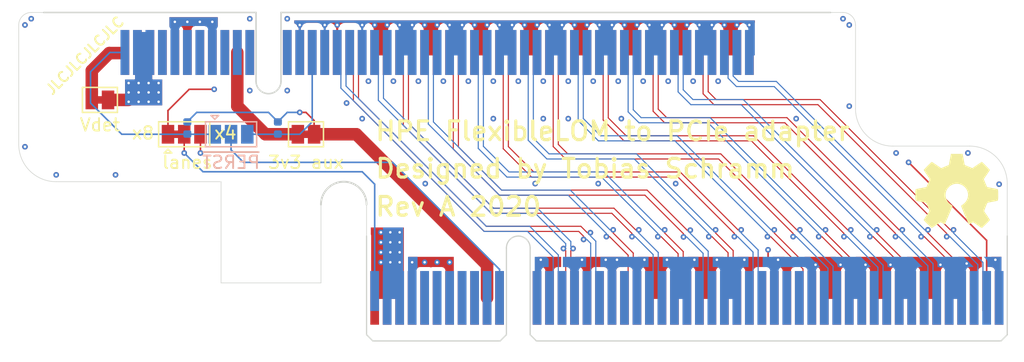
<source format=kicad_pcb>
(kicad_pcb (version 20221018) (generator pcbnew)

  (general
    (thickness 1.6)
  )

  (paper "A4")
  (layers
    (0 "F.Cu" mixed)
    (1 "In1.Cu" power "GND1")
    (2 "In2.Cu" power "GND2")
    (31 "B.Cu" signal)
    (32 "B.Adhes" user "B.Adhesive")
    (33 "F.Adhes" user "F.Adhesive")
    (34 "B.Paste" user)
    (35 "F.Paste" user)
    (36 "B.SilkS" user "B.Silkscreen")
    (37 "F.SilkS" user "F.Silkscreen")
    (38 "B.Mask" user)
    (39 "F.Mask" user)
    (40 "Dwgs.User" user "User.Drawings")
    (41 "Cmts.User" user "User.Comments")
    (42 "Eco1.User" user "User.Eco1")
    (43 "Eco2.User" user "User.Eco2")
    (44 "Edge.Cuts" user)
    (45 "Margin" user)
    (46 "B.CrtYd" user "B.Courtyard")
    (47 "F.CrtYd" user "F.Courtyard")
    (48 "B.Fab" user)
    (49 "F.Fab" user)
  )

  (setup
    (pad_to_mask_clearance 0.05)
    (grid_origin 100 100)
    (pcbplotparams
      (layerselection 0x00010fc_ffffffff)
      (plot_on_all_layers_selection 0x0000000_00000000)
      (disableapertmacros false)
      (usegerberextensions true)
      (usegerberattributes true)
      (usegerberadvancedattributes true)
      (creategerberjobfile false)
      (dashed_line_dash_ratio 12.000000)
      (dashed_line_gap_ratio 3.000000)
      (svgprecision 4)
      (plotframeref false)
      (viasonmask false)
      (mode 1)
      (useauxorigin false)
      (hpglpennumber 1)
      (hpglpenspeed 20)
      (hpglpendiameter 15.000000)
      (dxfpolygonmode true)
      (dxfimperialunits true)
      (dxfusepcbnewfont true)
      (psnegative false)
      (psa4output false)
      (plotreference true)
      (plotvalue true)
      (plotinvisibletext false)
      (sketchpadsonfab false)
      (subtractmaskfromsilk false)
      (outputformat 1)
      (mirror false)
      (drillshape 0)
      (scaleselection 1)
      (outputdirectory "fab")
    )
  )

  (net 0 "")
  (net 1 "/TX7-")
  (net 2 "/TX7+")
  (net 3 "/TX6-")
  (net 4 "/TX0-")
  (net 5 "/TX0+")
  (net 6 "+3V3")
  (net 7 "Net-(J1-PadA9)")
  (net 8 "Net-(J1-PadA8)")
  (net 9 "Net-(J1-PadA7)")
  (net 10 "Net-(J1-PadA6)")
  (net 11 "Net-(J1-PadA5)")
  (net 12 "+12V")
  (net 13 "/REFCLK+")
  (net 14 "Net-(J1-PadB12)")
  (net 15 "/RX0-")
  (net 16 "/RX0+")
  (net 17 "/REFCLK-")
  (net 18 "/~{PERST}")
  (net 19 "Net-(J1-PadB9)")
  (net 20 "Net-(J1-PadB8)")
  (net 21 "Net-(J1-PadB6)")
  (net 22 "Net-(J1-PadB5)")
  (net 23 "/RX1+")
  (net 24 "/RX1-")
  (net 25 "/RX2+")
  (net 26 "/RX2-")
  (net 27 "/RX3+")
  (net 28 "/RX3-")
  (net 29 "/TX1+")
  (net 30 "/TX1-")
  (net 31 "/TX2+")
  (net 32 "/TX2-")
  (net 33 "/TX3+")
  (net 34 "/TX3-")
  (net 35 "Net-(J1-PadA32)")
  (net 36 "/RX4+")
  (net 37 "/RX4-")
  (net 38 "/RX5+")
  (net 39 "/RX5-")
  (net 40 "/RX6+")
  (net 41 "/RX6-")
  (net 42 "/RX7+")
  (net 43 "/RX7-")
  (net 44 "/TX4+")
  (net 45 "/TX4-")
  (net 46 "/TX5+")
  (net 47 "/TX5-")
  (net 48 "/TX6+")
  (net 49 "Net-(J2-PadA6)")
  (net 50 "Net-(J2-PadA9)")
  (net 51 "Net-(J2-PadA10)")
  (net 52 "Net-(J2-PadA11)")
  (net 53 "Net-(J2-PadA12)")
  (net 54 "Net-(J2-PadA14)")
  (net 55 "Net-(J2-PadB49)")
  (net 56 "Net-(J2-PadB12)")
  (net 57 "Net-(J2-PadB14)")
  (net 58 "Net-(J2-PadB15)")
  (net 59 "Net-(J2-PadB4)")
  (net 60 "Net-(J2-PadB5)")
  (net 61 "Net-(J2-PadB7)")
  (net 62 "Net-(J2-PadB8)")
  (net 63 "Net-(J2-PadB9)")
  (net 64 "Net-(J2-PadB10)")
  (net 65 "Net-(J2-PadB11)")
  (net 66 "Net-(J2-PadA7)")
  (net 67 "Net-(J2-PadA4)")
  (net 68 "Net-(J2-PadA1)")
  (net 69 "Net-(J1-PadA10)")
  (net 70 "Net-(J1-PadA1)")
  (net 71 "Net-(J1-PadB17)")
  (net 72 "Net-(J1-PadB11)")
  (net 73 "Net-(J1-PadB30)")
  (net 74 "Net-(J1-PadA19)")
  (net 75 "Net-(J1-PadA33)")
  (net 76 "Net-(J2-PadB1)")
  (net 77 "GND")
  (net 78 "/PRSNT_x4")
  (net 79 "/PRSNT_x8")

  (footprint "Connector_PCBEdge:BUS_PCIexpress_x8" (layer "F.Cu") (at 120 122.85))

  (footprint "Connector_PCIe:UMAX_3126-10102T_PCIe_x8_edge_launch" (layer "F.Cu") (at 100 103.2))

  (footprint "Jumper:SolderJumper-2_P1.3mm_Bridged_Pad1.0x1.5mm" (layer "F.Cu") (at 114.5 109.75 180))

  (footprint "Jumper:SolderJumper-2_P1.3mm_Bridged_Pad1.0x1.5mm" (layer "F.Cu") (at 98 107 180))

  (footprint "Jumper:SolderJumper-3_P1.3mm_Bridged12_Pad1.0x1.5mm" (layer "F.Cu") (at 104.75 109.75))

  (footprint "Symbol:OSHW-Symbol_6.7x6mm_SilkScreen" (layer "F.Cu") (at 166.6 114.3))

  (footprint "Resistor_SMD:R_0402_1005Metric" (layer "B.Cu") (at 105 109.25 90))

  (footprint "Jumper:SolderJumper-3_P1.3mm_Bridged12_Pad1.0x1.5mm" (layer "B.Cu") (at 108.5 109.75))

  (footprint "Resistor_SMD:R_0402_1005Metric" (layer "B.Cu") (at 112.25 109.25 90))

  (gr_poly
    (pts
      (xy 115.7 121.65)
      (xy 107.7 121.65)
      (xy 107.7 118.2)
      (xy 115.7 118.2)
    )

    (stroke (width 0) (type solid)) (fill solid) (layer "B.Mask") (tstamp 00000000-0000-0000-0000-00005f5ec707))
  (gr_poly
    (pts
      (xy 115.7 121.65)
      (xy 107.7 121.65)
      (xy 107.7 118.2)
      (xy 115.7 118.2)
    )

    (stroke (width 0) (type solid)) (fill solid) (layer "F.Mask") (tstamp d0c22586-fa83-48ec-a999-ed61dba755dc))
  (gr_line (start 128.8 115.675) (end 134.25 115.675)
    (stroke (width 0.05) (type solid)) (layer "Eco2.User") (tstamp 00000000-0000-0000-0000-00005f5f0b2a))
  (gr_line (start 128.8 114.225) (end 134.25 114.225)
    (stroke (width 0.05) (type solid)) (layer "Eco2.User") (tstamp 00000000-0000-0000-0000-00005f5f0b2c))
  (gr_line (start 128.8 112.775) (end 134.25 112.775)
    (stroke (width 0.05) (type solid)) (layer "Eco2.User") (tstamp 00000000-0000-0000-0000-00005f5f0b2e))
  (gr_line (start 128.8 111.325) (end 155 111.325)
    (stroke (width 0.05) (type solid)) (layer "Eco2.User") (tstamp 00000000-0000-0000-0000-00005f5f0b30))
  (gr_line (start 136.178732 120.878732) (end 132.325 117.025)
    (stroke (width 0.05) (type solid)) (layer "Eco2.User") (tstamp 00000000-0000-0000-0000-00005f5f0b3e))
  (gr_line (start 138.228732 120.878732) (end 134.375 117.025)
    (stroke (width 0.05) (type solid)) (layer "Eco2.User") (tstamp 00000000-0000-0000-0000-00005f5f0b66))
  (gr_line (start 140.278732 120.878732) (end 136.425 117.025)
    (stroke (width 0.05) (type solid)) (layer "Eco2.User") (tstamp 00000000-0000-0000-0000-00005f5f0b68))
  (gr_line (start 142.328732 120.878732) (end 138.475 117.025)
    (stroke (width 0.05) (type solid)) (layer "Eco2.User") (tstamp 00000000-0000-0000-0000-00005f5f0b6a))
  (gr_line (start 144.378732 120.878732) (end 140.525 117.025)
    (stroke (width 0.05) (type solid)) (layer "Eco2.User") (tstamp 00000000-0000-0000-0000-00005f5f0b6c))
  (gr_line (start 146.428732 120.878732) (end 142.575 117.025)
    (stroke (width 0.05) (type solid)) (layer "Eco2.User") (tstamp 00000000-0000-0000-0000-00005f5f0b6e))
  (gr_line (start 148.478732 120.878732) (end 144.625 117.025)
    (stroke (width 0.05) (type solid)) (layer "Eco2.User") (tstamp 00000000-0000-0000-0000-00005f5f0b70))
  (gr_line (start 150.528732 120.878732) (end 146.675 117.025)
    (stroke (width 0.05) (type solid)) (layer "Eco2.User") (tstamp 00000000-0000-0000-0000-00005f5f0b72))
  (gr_line (start 152.578732 120.878732) (end 148.725 117.025)
    (stroke (width 0.05) (type solid)) (layer "Eco2.User") (tstamp 00000000-0000-0000-0000-00005f5f0b74))
  (gr_line (start 124.503732 112.678732) (end 120.65 108.825)
    (stroke (width 0.05) (type solid)) (layer "Eco2.User") (tstamp 00000000-0000-0000-0000-00005f5f0b9b))
  (gr_line (start 126.553732 112.678732) (end 122.7 108.825)
    (stroke (width 0.05) (type solid)) (layer "Eco2.User") (tstamp 00000000-0000-0000-0000-00005f5f0b9e))
  (gr_line (start 128.603732 112.678732) (end 124.75 108.825)
    (stroke (width 0.05) (type solid)) (layer "Eco2.User") (tstamp 00000000-0000-0000-0000-00005f5f0ba0))
  (gr_line (start 130.653732 112.678732) (end 126.8 108.825)
    (stroke (width 0.05) (type solid)) (layer "Eco2.User") (tstamp 00000000-0000-0000-0000-00005f5f0ba2))
  (gr_line (start 132.703732 112.678732) (end 128.85 108.825)
    (stroke (width 0.05) (type solid)) (layer "Eco2.User") (tstamp 00000000-0000-0000-0000-00005f5f0ba4))
  (gr_line (start 134.753732 112.678732) (end 130.9 108.825)
    (stroke (width 0.05) (type solid)) (layer "Eco2.User") (tstamp 00000000-0000-0000-0000-00005f5f0ba6))
  (gr_line (start 136.803732 112.678732) (end 132.95 108.825)
    (stroke (width 0.05) (type solid)) (layer "Eco2.User") (tstamp 00000000-0000-0000-0000-00005f5f0ba8))
  (gr_line (start 138.853732 112.678732) (end 135 108.825)
    (stroke (width 0.05) (type solid)) (layer "Eco2.User") (tstamp 00000000-0000-0000-0000-00005f5f0baa))
  (gr_line (start 140.903732 112.678732) (end 137.05 108.825)
    (stroke (width 0.05) (type solid)) (layer "Eco2.User") (tstamp 00000000-0000-0000-0000-00005f5f0bac))
  (gr_line (start 128.8 109.875) (end 155 109.875)
    (stroke (width 0.05) (type solid)) (layer "Eco2.User") (tstamp 00000000-0000-0000-0000-00005f5f0e93))
  (gr_line (start 128.8 108.425) (end 155 108.425)
    (stroke (width 0.05) (type solid)) (layer "Eco2.User") (tstamp 00000000-0000-0000-0000-00005f5f0e95))
  (gr_line (start 128.8 106.975) (end 155 106.975)
    (stroke (width 0.05) (type solid)) (layer "Eco2.User") (tstamp 00000000-0000-0000-0000-00005f5f0e97))
  (gr_line (start 128.8 105.525) (end 155 105.525)
    (stroke (width 0.05) (type solid)) (layer "Eco2.User") (tstamp 00000000-0000-0000-0000-00005f5f0e99))
  (gr_line (start 154.628732 120.878732) (end 150.775 117.025)
    (stroke (width 0.05) (type solid)) (layer "Eco2.User") (tstamp 00000000-0000-0000-0000-00005f5f1082))
  (gr_line (start 156.678732 120.878732) (end 152.825 117.025)
    (stroke (width 0.05) (type solid)) (layer "Eco2.User") (tstamp 00000000-0000-0000-0000-00005f5f1084))
  (gr_line (start 158.728732 120.878732) (end 154.875 117.025)
    (stroke (width 0.05) (type solid)) (layer "Eco2.User") (tstamp 00000000-0000-0000-0000-00005f5f1086))
  (gr_line (start 160.778732 120.878732) (end 156.925 117.025)
    (stroke (width 0.05) (type solid)) (layer "Eco2.User") (tstamp 00000000-0000-0000-0000-00005f5f1088))
  (gr_line (start 162.828732 120.878732) (end 158.975 117.025)
    (stroke (width 0.05) (type solid)) (layer "Eco2.User") (tstamp 00000000-0000-0000-0000-00005f5f108a))
  (gr_line (start 164.878732 120.878732) (end 161.025 117.025)
    (stroke (width 0.05) (type solid)) (layer "Eco2.User") (tstamp 00000000-0000-0000-0000-00005f5f108c))
  (gr_line (start 166.928732 120.878732) (end 163.075 117.025)
    (stroke (width 0.05) (type solid)) (layer "Eco2.User") (tstamp 00000000-0000-0000-0000-00005f5f108e))
  (gr_line (start 142.953732 112.678732) (end 139.1 108.825)
    (stroke (width 0.05) (type solid)) (layer "Eco2.User") (tstamp 00000000-0000-0000-0000-00005f5f10a3))
  (gr_line (start 145.003732 112.678732) (end 141.15 108.825)
    (stroke (width 0.05) (type solid)) (layer "Eco2.User") (tstamp 00000000-0000-0000-0000-00005f5f10a5))
  (gr_line (start 147.053732 112.678732) (end 143.2 108.825)
    (stroke (width 0.05) (type solid)) (layer "Eco2.User") (tstamp 00000000-0000-0000-0000-00005f5f10a7))
  (gr_line (start 149.103732 112.678732) (end 145.25 108.825)
    (stroke (width 0.05) (type solid)) (layer "Eco2.User") (tstamp 00000000-0000-0000-0000-00005f5f10a9))
  (gr_line (start 151.153732 112.678732) (end 147.3 108.825)
    (stroke (width 0.05) (type solid)) (layer "Eco2.User") (tstamp 00000000-0000-0000-0000-00005f5f10ab))
  (gr_line (start 153.203732 112.678732) (end 149.35 108.825)
    (stroke (width 0.05) (type solid)) (layer "Eco2.User") (tstamp 00000000-0000-0000-0000-00005f5f10ad))
  (gr_line (start 155.253732 112.678732) (end 151.4 108.825)
    (stroke (width 0.05) (type solid)) (layer "Eco2.User") (tstamp 00000000-0000-0000-0000-00005f5f10af))
  (gr_line (start 157.303732 112.678732) (end 153.45 108.825)
    (stroke (width 0.05) (type solid)) (layer "Eco2.User") (tstamp 00000000-0000-0000-0000-00005f5f10b1))
  (gr_line (start 159.353732 112.678732) (end 155.5 108.825)
    (stroke (width 0.05) (type solid)) (layer "Eco2.User") (tstamp 00000000-0000-0000-0000-00005f5f10b3))
  (gr_line (start 168.978732 120.878732) (end 165.125 117.025)
    (stroke (width 0.05) (type solid)) (layer "Eco2.User") (tstamp 00000000-0000-0000-0000-00005f5f1153))
  (gr_line (start 128.8 117.125) (end 134.25 117.125)
    (stroke (width 0.05) (type solid)) (layer "Eco2.User") (tstamp d3b02a46-79d1-47ee-8f50-ba404019c0bf))
  (gr_arc (start 167.65 110.7) (mid 169.77132 111.57868) (end 170.65 113.7)
    (stroke (width 0.05) (type solid)) (layer "Edge.Cuts") (tstamp 00000000-0000-0000-0000-00005f5ec698))
  (gr_arc (start 94.5 113.55) (mid 92.37868 112.67132) (end 91.5 110.55)
    (stroke (width 0.05) (type solid)) (layer "Edge.Cuts") (tstamp 00000000-0000-0000-0000-00005f5ec6a4))
  (gr_line (start 115.7 121.65) (end 107.7 121.65)
    (stroke (width 0.05) (type solid)) (layer "Edge.Cuts") (tstamp 00000000-0000-0000-0000-00005f5ec6b7))
  (gr_arc (start 91.5 101) (mid 91.792893 100.292893) (end 92.5 100)
    (stroke (width 0.05) (type solid)) (layer "Edge.Cuts") (tstamp 00000000-0000-0000-0000-00005f5ec792))
  (gr_line (start 161.5 110.7) (end 167.65 110.7)
    (stroke (width 0.05) (type solid)) (layer "Edge.Cuts") (tstamp 118bbc82-0789-481d-b53d-696febb6aa54))
  (gr_line (start 158.5 101) (end 158.5 107.7)
    (stroke (width 0.05) (type solid)) (layer "Edge.Cuts") (tstamp 19a60245-8d5b-42dc-a8bb-f5dbe3cdfca4))
  (gr_arc (start 161.5 110.7) (mid 159.37868 109.82132) (end 158.5 107.7)
    (stroke (width 0.05) (type solid)) (layer "Edge.Cuts") (tstamp 38b8fa46-4ee4-4d04-8161-5e6aaa3f7aad))
  (gr_line (start 157.5 100) (end 156.5 100)
    (stroke (width 0.05) (type solid)) (layer "Edge.Cuts") (tstamp 3bdc99a5-2690-4231-9f19-2e36761341a8))
  (gr_arc (start 157.5 100) (mid 158.207107 100.292893) (end 158.5 101)
    (stroke (width 0.05) (type solid)) (layer "Edge.Cuts") (tstamp 4993026c-9ce9-45ce-ac4c-d9716e817e19))
  (gr_line (start 91.5 101) (end 91.5 110.55)
    (stroke (width 0.05) (type solid)) (layer "Edge.Cuts") (tstamp 568f6d66-e8e1-495f-96cd-0e40ed7e7e5a))
  (gr_line (start 93.5 100) (end 92.5 100)
    (stroke (width 0.05) (type solid)) (layer "Edge.Cuts") (tstamp 75777177-41fa-4001-b2bb-29d7076d273a))
  (gr_line (start 119.35 115.375) (end 119.35 117.9)
    (stroke (width 0.05) (type solid)) (layer "Edge.Cuts") (tstamp 77f43e72-3d38-4bee-9556-2d551f65a63f))
  (gr_arc (start 115.7 115.375) (mid 117.525 113.55) (end 119.35 115.375)
    (stroke (width 0.15) (type solid)) (layer "Edge.Cuts") (tstamp 7f19bb87-1294-4046-b592-f94b70f82c1b))
  (gr_line (start 107.7 113.55) (end 107.7 121.65)
    (stroke (width 0.05) (type solid)) (layer "Edge.Cuts") (tstamp a49c2bec-96a0-4a81-8762-c2ed7e79de80))
  (gr_line (start 94.5 113.55) (end 107.7 113.55)
    (stroke (width 0.05) (type solid)) (layer "Edge.Cuts") (tstamp c1b96f85-182d-4566-bfd4-e4cc9ff88565))
  (gr_line (start 115.7 115.375) (end 115.7 121.65)
    (stroke (width 0.05) (type solid)) (layer "Edge.Cuts") (tstamp c6bb7815-2bb6-45a6-ad8c-d538b9305eaa))
  (gr_line (start 170.65 117.9) (end 170.65 113.7)
    (stroke (width 0.05) (type solid)) (layer "Edge.Cuts") (tstamp c9975cb8-6daa-44a2-a613-4fe5f895da35))
  (gr_text "~{PERST}" (at 108.5 112) (layer "B.SilkS") (tstamp 2ff46882-f36c-4819-83a4-2c3b84b99905)
    (effects (font (size 1 1) (thickness 0.15)) (justify mirror))
  )
  (gr_text "Rev A 2020" (at 126.7 115.55) (layer "F.SilkS") (tstamp 00000000-0000-0000-0000-00005f5f487a)
    (effects (font (size 1.5 1.5) (thickness 0.25)))
  )
  (gr_text "x8" (at 101.45 109.65) (layer "F.SilkS") (tstamp 1195b4c4-d335-4087-ba85-7195c0ff7d24)
    (effects (font (size 1 1) (thickness 0.15)))
  )
  (gr_text "3v3 aux" (at 114.5 112) (layer "F.SilkS") (tstamp 19819aab-01f1-452a-89f4-81ecf980b200)
    (effects (font (size 1 1) (thickness 0.15)))
  )
  (gr_text "Vdet" (at 98 109) (layer "F.SilkS") (tstamp 1ae49b60-a3c5-4b5d-8b66-509938927b68)
    (effects (font (size 1 1) (thickness 0.15)))
  )
  (gr_text "x4" (at 108.05 109.65) (layer "F.SilkS") (tstamp 1ba80cc6-4ccf-4b8c-9fa5-01f9ac7bcf86)
    (effects (font (size 1 1) (thickness 0.15)))
  )
  (gr_text "JLCJLCJLCJLC" (at 96.8 103.45 45) (layer "F.SilkS") (tstamp 3af6c344-7166-438c-b001-d814ab787f96)
    (effects (font (size 0.8 0.8) (thickness 0.15)))
  )
  (gr_text "lanes" (at 105 112) (layer "F.SilkS") (tstamp 58bcc19f-dcb0-401b-a553-55aa5001f13b)
    (effects (font (size 1 1) (thickness 0.15)))
  )
  (gr_text "HPE FlexibleLOM to PCIe adapter" (at 139.05 109.5) (layer "F.SilkS") (tstamp 71fc016a-d77c-45a6-a2c3-484358600237)
    (effects (font (size 1.5 1.5) (thickness 0.25)))
  )
  (gr_text "Designed by Tobias Schramm" (at 136.85 112.5) (layer "F.SilkS") (tstamp d6a00672-3f9e-4a53-952d-3a34cb8d5e75)
    (effects (font (size 1.5 1.5) (thickness 0.25)))
  )
  (dimension (type aligned) (layer "Dwgs.User") (tstamp f0693d87-8ca8-4694-9486-0c39c9256f7c)
    (pts (xy 119.85 113.55) (xy 119.85 126.3))
    (height 16.243152)
    (gr_text "12.7500 mm" (at 102.456848 119.925 90) (layer "Dwgs.User") (tstamp f0693d87-8ca8-4694-9486-0c39c9256f7c)
      (effects (font (size 1 1) (thickness 0.15)))
    )
    (format (prefix "") (suffix "") (units 2) (units_format 1) (precision 4))
    (style (thickness 0.15) (arrow_length 1.27) (text_position_mode 0) (extension_height 0.58642) (extension_offset 0) keep_text_aligned)
  )
  (dimension (type aligned) (layer "Dwgs.User") (tstamp f8b98213-8ce7-4dc9-905c-77aa97194500)
    (pts (xy 121.55 108.275) (xy 120.825 109))
    (height 1.909188)
    (gr_text "1.0253 mm" (at 119.024327 106.474327 45) (layer "Dwgs.User") (tstamp f8b98213-8ce7-4dc9-905c-77aa97194500)
      (effects (font (size 1 1) (thickness 0.15)))
    )
    (format (prefix "") (suffix "") (units 2) (units_format 1) (precision 4))
    (style (thickness 0.15) (arrow_length 1.27) (text_position_mode 0) (extension_height 0.58642) (extension_offset 0) keep_text_aligned)
  )
  (dimension (type aligned) (layer "Eco1.User") (tstamp 07fa7b70-537b-4faf-ba63-0a7d35189236)
    (pts (xy 115.7 118.2) (xy 115.7 121.65))
    (height 9.55)
    (gr_text "3.4500 mm" (at 105 119.925 90) (layer "Eco1.User") (tstamp 07fa7b70-537b-4faf-ba63-0a7d35189236)
      (effects (font (size 1 1) (thickness 0.15)))
    )
    (format (prefix "") (suffix "") (units 2) (units_format 1) (precision 4))
    (style (thickness 0.15) (arrow_length 1.27) (text_position_mode 0) (extension_height 0.58642) (extension_offset 0) keep_text_aligned)
  )
  (dimension (type aligned) (layer "Eco1.User") (tstamp 1d810886-0e85-4422-af62-5d360b18f388)
    (pts (xy 107.7 117.9) (xy 119.35 117.9))
    (height -4.7)
    (gr_text "11.6500 mm" (at 113.525 112.05) (layer "Eco1.User") (tstamp 1d810886-0e85-4422-af62-5d360b18f388)
      (effects (font (size 1 1) (thickness 0.15)))
    )
    (format (prefix "") (suffix "") (units 2) (units_format 1) (precision 4))
    (style (thickness 0.15) (arrow_length 1.27) (text_position_mode 0) (extension_height 0.58642) (extension_offset 0) keep_text_aligned)
  )
  (dimension (type aligned) (layer "Eco1.User") (tstamp 2a4372bc-a76c-4e2e-bc58-765ef41638c5)
    (pts (xy 115.7 117.9) (xy 119.35 117.9))
    (height -1.899999)
    (gr_text "3.6500 mm" (at 117.525 114.850001) (layer "Eco1.User") (tstamp 2a4372bc-a76c-4e2e-bc58-765ef41638c5)
      (effects (font (size 1 1) (thickness 0.15)))
    )
    (format (prefix "") (suffix "") (units 2) (units_format 1) (precision 4))
    (style (thickness 0.15) (arrow_length 1.27) (text_position_mode 0) (extension_height 0.58642) (extension_offset 0) keep_text_aligned)
  )

  (segment (start 166.705 120.065086) (end 164.297237 117.657323) (width 0.09) (layer "F.Cu") (net 1) (tstamp 033dd254-85e5-4433-8bb3-a06de2bb9211))
  (segment (start 167 121.05) (end 166.705 120.755) (width 0.09) (layer "F.Cu") (net 1) (tstamp 43f77616-3252-4e88-91da-b7929090b4f5))
  (segment (start 166.705 120.755) (end 166.705 120.065086) (width 0.09) (layer "F.Cu") (net 1) (tstamp 8afa07f1-4bc1-4886-9294-dbc99b101da1))
  (segment (start 167 122.85) (end 167 121.05) (width 0.09) (layer "F.Cu") (net 1) (tstamp 9829b09a-6cb2-4d55-bf58-b3e059f18e82))
  (segment (start 164.297237 117.657323) (end 164.297237 117.402763) (width 0.09) (layer "F.Cu") (net 1) (tstamp b67fb99b-e530-483c-88d9-e9ae860aa646))
  (via (at 164.297237 117.402763) (size 0.45) (drill 0.2) (layers "F.Cu" "B.Cu") (net 1) (tstamp f0d614da-fd09-4c08-bd70-32df27f5f1fb))
  (segment (start 152.159914 105.52) (end 164.042677 117.402763) (width 0.09) (layer "B.Cu") (net 1) (tstamp 03fd1888-308a-4246-a1e8-17cee1b00bec))
  (segment (start 149.134914 105.52) (end 152.159914 105.52) (width 0.09) (layer "B.Cu") (net 1) (tstamp 1d443b55-d2a0-44f0-b700-311c579d9e9b))
  (segment (start 148.705 105.090086) (end 149.134914 105.52) (width 0.09) (layer "B.Cu") (net 1) (tstamp 6267ba1a-1a1a-41e3-b803-9f76f44c5d48))
  (segment (start 149 103.2) (end 149 104.65) (width 0.09) (layer "B.Cu") (net 1) (tstamp 6e2aa8fb-6350-4ce6-b098-414c729590b5))
  (segment (start 164.042677 117.402763) (end 164.297237 117.402763) (width 0.09) (layer "B.Cu") (net 1) (tstamp 908e4d90-0891-4ac6-b404-8832e19ed126))
  (segment (start 148.705 104.945) (end 148.705 105.090086) (width 0.09) (layer "B.Cu") (net 1) (tstamp be553cca-b8ff-4fa7-b10b-ca633026b3ff))
  (segment (start 149 104.65) (end 148.705 104.945) (width 0.09) (layer "B.Cu") (net 1) (tstamp c2b170e2-3627-4c35-9ca8-31fce82d86f5))
  (segment (start 166.295 120.755) (end 166.295 120.234914) (width 0.09) (layer "F.Cu") (net 2) (tstamp 79ca590d-c2f5-4933-b5f5-ec0fc2a3cc0c))
  (segment (start 166.295 120.234914) (end 164.007323 117.947237) (width 0.09) (layer "F.Cu") (net 2) (tstamp 850c3f75-abb1-4e7e-b09c-1a76ecb08e95))
  (segment (start 164.007323 117.947237) (end 163.752763 117.947237) (width 0.09) (layer "F.Cu") (net 2) (tstamp 989ef120-030f-4eaf-bed8-f04dabb1fd53))
  (segment (start 166 121.05) (end 166.295 120.755) (width 0.09) (layer "F.Cu") (net 2) (tstamp b521cccd-75fc-4aa8-a557-b7c744f8ea8f))
  (segment (start 166 122.85) (end 166 121.05) (width 0.09) (layer "F.Cu") (net 2) (tstamp d5475274-fd69-40d2-9343-c8c535510534))
  (via (at 163.752763 117.947237) (size 0.45) (drill 0.2) (layers "F.Cu" "B.Cu") (net 2) (tstamp 8a272739-e80f-4ecf-afb2-b06225d5bd22))
  (segment (start 148 103.2) (end 148 104.65) (width 0.09) (layer "B.Cu") (net 2) (tstamp 0c9f21c5-88ff-499a-a014-7410a126bd49))
  (segment (start 148.295 105.259914) (end 148.965086 105.93) (width 0.09) (layer "B.Cu") (net 2) (tstamp 3094d60c-3521-4325-979c-2d3c9f219a11))
  (segment (start 163.752763 117.692677) (end 163.752763 117.947237) (width 0.09) (layer "B.Cu") (net 2) (tstamp 41ebcebf-8cd0-4da8-a00f-e80a54a5a6a8))
  (segment (start 148 104.65) (end 148.295 104.945) (width 0.09) (layer "B.Cu") (net 2) (tstamp 526b635d-0ab6-40e4-9349-60438848d966))
  (segment (start 148.295 104.945) (end 148.295 105.259914) (width 0.09) (layer "B.Cu") (net 2) (tstamp 77f2d8a2-fb88-4f18-8e90-1658a3b67689))
  (segment (start 148.965086 105.93) (end 151.990086 105.93) (width 0.09) (layer "B.Cu") (net 2) (tstamp a1845d08-1d2b-49cd-9b0d-5343248e6e8d))
  (segment (start 151.990086 105.93) (end 163.752763 117.692677) (width 0.09) (layer "B.Cu") (net 2) (tstamp fed20113-8249-42da-8df5-3174a6a75ae7))
  (segment (start 160.197237 117.657323) (end 160.197237 117.402763) (width 0.09) (layer "F.Cu") (net 3) (tstamp 259271c3-99db-45fd-8bf2-e6c2e07a8965))
  (segment (start 163 121.05) (end 162.705 120.755) (width 0.09) (layer "F.Cu") (net 3) (tstamp 641dee91-61e5-4cda-8c16-897faa9af681))
  (segment (start 163 122.85) (end 163 121.05) (width 0.09) (layer "F.Cu") (net 3) (tstamp 64b2b12d-77df-4692-a49c-710be2d3c06a))
  (segment (start 162.705 120.165086) (end 160.197237 117.657323) (width 0.09) (layer "F.Cu") (net 3) (tstamp 69f717f1-979f-4efd-9417-0a3adf8022eb))
  (segment (start 162.705 120.755) (end 162.705 120.165086) (width 0.09) (layer "F.Cu") (net 3) (tstamp 9c8209bb-303a-4e09-8d7c-9b69c7b247b3))
  (via (at 160.197237 117.402763) (size 0.45) (drill 0.2) (layers "F.Cu" "B.Cu") (net 3) (tstamp 17ab25aa-f645-4726-824c-9e60208a3d23))
  (segment (start 144.705 104.945) (end 144.705 106.190086) (width 0.09) (layer "B.Cu") (net 3) (tstamp 0a3723ba-dc35-45d7-a2f1-3aaa7f3682ad))
  (segment (start 145.484914 106.97) (end 149.509914 106.97) (width 0.09) (layer "B.Cu") (net 3) (tstamp 5839f5fa-0dc6-4374-af32-27523f01c6d9))
  (segment (start 145 103.2) (end 145 104.65) (width 0.09) (layer "B.Cu") (net 3) (tstamp 597278d3-0d7a-450d-9026-1f8a02cb38d8))
  (segment (start 149.509914 106.97) (end 159.942677 117.402763) (width 0.09) (layer "B.Cu") (net 3) (tstamp 8fa456a1-593e-4d56-8b6d-308d0957cd21))
  (segment (start 145 104.65) (end 144.705 104.945) (width 0.09) (layer "B.Cu") (net 3) (tstamp ccbff033-d9b2-49fa-a401-fa3a9a9b4851))
  (segment (start 144.705 106.190086) (end 145.484914 106.97) (width 0.09) (layer "B.Cu") (net 3) (tstamp d6c7d36a-41ea-43a1-a553-e8fec691268c))
  (segment (start 159.942677 117.402763) (end 160.197237 117.402763) (width 0.09) (layer "B.Cu") (net 3) (tstamp f3487e21-9b62-43d7-bfd0-ddf6c281e89c))
  (segment (start 135.705 120.755) (end 135.705 119.08) (width 0.09) (layer "F.Cu") (net 4) (tstamp 2a831ecd-e988-4993-b4a1-140bda6ba186))
  (segment (start 136 121.05) (end 135.705 120.755) (width 0.09) (layer "F.Cu") (net 4) (tstamp 41ebe6e2-2937-4b58-bcf2-a87e8174f4fb))
  (segment (start 136 122.85) (end 136 121.05) (width 0.09) (layer "F.Cu") (net 4) (tstamp abb62c1e-73a8-43f0-8bb5-44b73e409a2b))
  (segment (start 135.705 119.08) (end 135.885 118.9) (width 0.09) (layer "F.Cu") (net 4) (tstamp b8cde8ac-4e38-4d2a-9bcd-022a044d06a2))
  (via (at 135.885 118.9) (size 0.45) (drill 0.2) (layers "F.Cu" "B.Cu") (net 4) (tstamp 07c8f6c2-312c-417c-abb6-8ddaa2cf5149))
  (segment (start 121 103.2) (end 121 104.65) (width 0.09) (layer "B.Cu") (net 4) (tstamp 3499a98c-fa47-455c-9d8b-a8b545c407a9))
  (segment (start 135.705 118.340086) (end 135.705 118.72) (width 0.09) (layer "B.Cu") (net 4) (tstamp 34e5b10a-d72e-41e5-acff-d5c5af14923a))
  (segment (start 121 104.65) (end 120.705 104.945) (width 0.09) (layer "B.Cu") (net 4) (tstamp 52612c3b-d61c-4b97-9891-35055aa9f365))
  (segment (start 135.885 118.9) (end 135.705 118.72) (width 0.09) (layer "B.Cu") (net 4) (tstamp 5850197a-65fb-4a80-9896-03aa26b088ec))
  (segment (start 129.516499 115.676585) (end 133.041499 115.676585) (width 0.09) (layer "B.Cu") (net 4) (tstamp 71415c4f-81b5-4417-9716-c5500698d782))
  (segment (start 133.041499 115.676585) (end 135.705 118.340086) (width 0.09) (layer "B.Cu") (net 4) (tstamp ce12ce39-94d1-4798-baa1-756d6d4d7c59))
  (segment (start 120.705 104.945) (end 120.705 106.865086) (width 0.09) (layer "B.Cu") (net 4) (tstamp efec29ab-8ffa-434c-9732-9937adb3bc06))
  (segment (start 120.705 106.865086) (end 129.516499 115.676585) (width 0.09) (layer "B.Cu") (net 4) (tstamp fbdcf9eb-119d-4658-8197-50a875070674))
  (segment (start 135.295 120.755) (end 135.295 119.08) (width 0.09) (layer "F.Cu") (net 5) (tstamp 45860f84-b8c1-46c4-b79d-d90493f1ff3b))
  (segment (start 135 121.05) (end 135.295 120.755) (width 0.09) (layer "F.Cu") (net 5) (tstamp 4c1bf52e-bc68-45f7-8b87-6528d2b93c82))
  (segment (start 135.295 119.08) (end 135.115 118.9) (width 0.09) (layer "F.Cu") (net 5) (tstamp 8570584c-2848-4916-af6b-8bef74c2e393))
  (segment (start 135 122.85) (end 135 121.05) (width 0.09) (layer "F.Cu") (net 5) (tstamp cfa39f5d-b797-4cd5-b354-327e3e7d9982))
  (via (at 135.115 118.9) (size 0.45) (drill 0.2) (layers "F.Cu" "B.Cu") (net 5) (tstamp 808a90ef-bc08-4bbc-a15c-57d46e6291b9))
  (segment (start 129.346671 116.086585) (end 132.871671 116.086585) (width 0.09) (layer "B.Cu") (net 5) (tstamp 377f331f-68e1-4766-840c-79be4440a8ee))
  (segment (start 120.295 104.945) (end 120.295 107.034914) (width 0.09) (layer "B.Cu") (net 5) (tstamp 429dc9e3-bd84-41e9-8325-764ebea6c767))
  (segment (start 120.295 107.034914) (end 129.346671 116.086585) (width 0.09) (layer "B.Cu") (net 5) (tstamp 55f0d8c9-5d29-4c24-a3eb-c0e831962b63))
  (segment (start 135.295 118.509914) (end 135.295 118.72) (width 0.09) (layer "B.Cu") (net 5) (tstamp 5a9cfb7f-fb1b-4d3d-aa9a-25dee986af49))
  (segment (start 120 103.2) (end 120 104.65) (width 0.09) (layer "B.Cu") (net 5) (tstamp 5e1c7a30-b88b-442b-88f3-e70c0d3d38d1))
  (segment (start 132.871671 116.086585) (end 135.295 118.509914) (width 0.09) (layer "B.Cu") (net 5) (tstamp 6b8d29d0-aba4-4b9b-b97e-2105013bb29f))
  (segment (start 135.115 118.9) (end 135.295 118.72) (width 0.09) (layer "B.Cu") (net 5) (tstamp e079195c-b011-4c93-b0ec-41023887bf95))
  (segment (start 120 104.65) (end 120.295 104.945) (width 0.09) (layer "B.Cu") (net 5) (tstamp e92668da-c2c7-4395-840f-6d074e6b6baf))
  (segment (start 118.528602 109.75) (end 115.25 109.75) (width 1) (layer "F.Cu") (net 6) (tstamp 1625ae02-fd6d-414c-a8e0-f09f750fb7cd))
  (segment (start 115.15 109.75) (end 115.15 108.65) (width 0.127) (layer "F.Cu") (net 6) (tstamp 22697d6c-534f-4ef6-9da0-a0d5ead1b9e1))
  (segment (start 115.15 108.65) (end 114.5 108) (width 0.127) (layer "F.Cu") (net 6) (tstamp 47ea293f-2a3a-4566-a8eb-2951ff7149ea))
  (segment (start 114.5 108) (end 114 108) (width 0.127) (layer "F.Cu") (net 6) (tstamp 5672a8c7-e545-4497-854a-2142b99686af))
  (segment (start 129 120.221398) (end 118.528602 109.75) (width 1) (layer "F.Cu") (net 6) (tstamp 82c24acf-7f02-477f-9a7c-87c51951d4e8))
  (segment (start 129 122.85) (end 129 120.221398) (width 1) (layer "F.Cu") (net 6) (tstamp 93090c87-375d-49b7-8f9e-e79cf74b8fa9))
  (via (at 114 108) (size 0.45) (drill 0.2) (layers "F.Cu" "B.Cu") (net 6) (tstamp 0f80dc5b-3e6a-4efc-ac91-a3f8eb1d6a4c))
  (segment (start 112.25 108.75) (end 113 108) (width 0.127) (layer "B.Cu") (net 6) (tstamp 5f8d27ec-6429-4332-8984-86b6984dad13))
  (segment (start 105.75 108) (end 105 108.75) (width 0.127) (layer "B.Cu") (net 6) (tstamp 5fe2b7b3-268f-4356-b052-aef9185ab058))
  (segment (start 111.5 108) (end 105.75 108) (width 0.127) (layer "B.Cu") (net 6) (tstamp 72b1a6d6-7e65-43ba-80dd-08f415b7003f))
  (segment (start 112.25 108.75) (end 111.5 108) (width 0.127) (layer "B.Cu") (net 6) (tstamp aa05ae2e-3694-4808-a41c-d8760c5fce35))
  (segment (start 112.25 108.765) (end 112.25 108.75) (width 0.127) (layer "B.Cu") (net 6) (tstamp ccb2e98a-50cc-4a52-be66-4764495cdc68))
  (segment (start 105 108.765) (end 105 108.75) (width 0.127) (layer "B.Cu") (net 6) (tstamp db6ca2ae-457c-4679-9feb-fef97e39fb87))
  (segment (start 113 108) (end 114 108) (width 0.127) (layer "B.Cu") (net 6) (tstamp df501a9c-4cae-47ce-aa85-a846540c3faf))
  (segment (start 98.65 107) (end 100.3 107) (width 1) (layer "F.Cu") (net 12) (tstamp 264d5fb5-619e-4751-84f7-f14dfe1c425b))
  (via (at 100.3 105.65) (size 0.45) (drill 0.2) (layers "F.Cu" "B.Cu") (net 12) (tstamp 00000000-0000-0000-0000-00005f5f2a92))
  (via (at 100.300001 107.15) (size 0.45) (drill 0.2) (layers "F.Cu" "B.Cu") (net 12) (tstamp 00000000-0000-0000-0000-00005f5f2a93))
  (via (at 100.3 106.399999) (size 0.45) (drill 0.2) (layers "F.Cu" "B.Cu") (net 12) (tstamp 00000000-0000-0000-0000-00005f5f2a94))
  (via (at 121.999999 118.4) (size 0.45) (drill 0.2) (layers "F.Cu" "B.Cu") (net 12) (tstamp 00000000-0000-0000-0000-00005f5f2e05))
  (via (at 120.5 118.4) (size 0.45) (drill 0.2) (layers "F.Cu" "B.Cu") (net 12) (tstamp 00000000-0000-0000-0000-00005f5f2e06))
  (via (at 121.25 118.4) (size 0.45) (drill 0.2) (layers "F.Cu" "B.Cu") (net 12) (tstamp 00000000-0000-0000-0000-00005f5f2e07))
  (via (at 120.5 120) (size 0.45) (drill 0.2) (layers "F.Cu" "B.Cu") (net 12) (tstamp 00000000-0000-0000-0000-00005f5f2e08))
  (via (at 122 120) (size 0.45) (drill 0.2) (layers "F.Cu" "B.Cu") (net 12) (tstamp 00000000-0000-0000-0000-00005f5f2e09))
  (via (at 122 119.2) (size 0.45) (drill 0.2) (layers "F.Cu" "B.Cu") (net 12) (tstamp 00000000-0000-0000-0000-00005f5f2e0a))
  (via (at 121.25 117.6) (size 0.45) (drill 0.2) (layers "F.Cu" "B.Cu") (net 12) (tstamp 00000000-0000-0000-0000-00005f5f2e0b))
  (via (at 122 117.6) (size 0.45) (drill 0.2) (layers "F.Cu" "B.Cu") (net 12) (tstamp 00000000-0000-0000-0000-00005f5f2e0c))
  (via (at 121.249999 120) (size 0.45) (drill 0.2) (layers "F.Cu" "B.Cu") (net 12) (tstamp 00000000-0000-0000-0000-00005f5f2e0d))
  (via (at 121.25 119.2) (size 0.45) (drill 0.2) (layers "F.Cu" "B.Cu") (net 12) (tstamp 00000000-0000-0000-0000-00005f5f2e0e))
  (via (at 120.5 117.6) (size 0.45) (drill 0.2) (layers "F.Cu" "B.Cu") (net 12) (tstamp 00000000-0000-0000-0000-00005f5f2e0f))
  (via (at 120.5 119.2) (size 0.45) (drill 0.2) (layers "F.Cu" "B.Cu") (net 12) (tstamp 00000000-0000-0000-0000-00005f5f2e10))
  (via (at 102.7 106.4) (size 0.45) (drill 0.2) (layers "F.Cu" "B.Cu") (net 12) (tstamp 0be77758-0a93-4183-8e39-eab8ad6eacf4))
  (via (at 102.7 107.15) (size 0.45) (drill 0.2) (layers "F.Cu" "B.Cu") (net 12) (tstamp 289b1414-cf6e-4b2d-884b-788622aab139))
  (via (at 101.9 107.15) (size 0.45) (drill 0.2) (layers "F.Cu" "B.Cu") (net 12) (tstamp 320ba4b8-9873-49ce-af4b-5a11d124d259))
  (via (at 101.1 107.15) (size 0.45) (drill 0.2) (layers "F.Cu" "B.Cu") (net 12) (tstamp 438f6609-3e4b-4f2c-8306-4be0968bf437))
  (via (at 101.9 106.4) (size 0.45) (drill 0.2) (layers "F.Cu" "B.Cu") (net 12) (tstamp 9fdec937-73e6-4717-813a-93f254bd2e2a))
  (via (at 101.9 105.65) (size 0.45) (drill 0.2) (layers "F.Cu" "B.Cu") (net 12) (tstamp ac08c295-5e95-486e-874c-ed7083bfb5ef))
  (via (at 101.1 106.4) (size 0.45) (drill 0.2) (layers "F.Cu" "B.Cu") (net 12) (tstamp c6ff98dc-be41-460b-8cb1-e971bb2a6d0c))
  (via (at 102.7 105.65) (size 0.45) (drill 0.2) (layers "F.Cu" "B.Cu") (net 12) (tstamp e7623aae-e1dd-422f-9f6f-53475f604b67))
  (via (at 101.1 105.65) (size 0.45) (drill 0.2) (layers "F.Cu" "B.Cu") (net 12) (tstamp fe4438eb-b135-4a3a-b33a-c32d476582b1))
  (segment (start 117.295 104.945) (end 117.295 106.059914) (width 0.09) (layer "B.Cu") (net 13) (tstamp 08e805e3-4f5f-4d5c-bc75-839dcdedbc90))
  (segment (start 134 121.05) (end 134 122.85) (width 0.09) (layer "B.Cu") (net 13) (tstamp 27006a26-7800-423e-b8c7-ada3e146228f))
  (segment (start 134.295 120.755) (end 134 121.05) (width 0.09) (layer "B.Cu") (net 13) (tstamp 3c4a144c-df41-4210-94a4-01b8627453cf))
  (segment (start 134.295 119.584914) (end 132.240086 117.53) (width 0.09) (layer "B.Cu") (net 13) (tstamp 3f14e9d4-51cb-48d3-97ae-966c333b97c2))
  (segment (start 117 103.2) (end 117 104.65) (width 0.09) (layer "B.Cu") (net 13) (tstamp 6f810f49-935f-43c4-b7f4-c32318c5f3f6))
  (segment (start 117 104.65) (end 117.295 104.945) (width 0.09) (layer "B.Cu") (net 13) (tstamp 93b6840f-a437-41ff-b568-0b3210bf6ba9))
  (segment (start 134.295 120.755) (end 134.295 119.584914) (width 0.09) (layer "B.Cu") (net 13) (tstamp 9609b71c-0739-4382-b3a4-ce69d6e15a8a))
  (segment (start 132.240086 117.53) (end 128.765086 117.53) (width 0.09) (layer "B.Cu") (net 13) (tstamp 9f78f3c2-311e-4524-b42e-3de48d2e6879))
  (segment (start 117.295 106.059914) (end 128.765086 117.53) (width 0.09) (layer "B.Cu") (net 13) (tstamp feb7e971-7395-499c-bdb8-d0a86c7cf96a))
  (segment (start 118.705 106.890086) (end 128.934914 117.12) (width 0.09) (layer "F.Cu") (net 15) (tstamp 0aac7199-5746-4bd6-a6bd-e042c9b9cacd))
  (segment (start 119 104.65) (end 118.705 104.945) (width 0.09) (layer "F.Cu") (net 15) (tstamp 19f4ff7e-271a-4ead-b1fe-85a7e15ff5c4))
  (segment (start 137.017677 117.627763) (end 137.272237 117.627763) (width 0.09) (layer "F.Cu") (net 15) (tstamp 22f6950b-3815-4938-9610-9f5d1feab7c6))
  (segment (start 128.934914 117.12) (end 136.509914 117.12) (width 0.09) (layer "F.Cu") (net 15) (tstamp 2d28876e-2cd2-4c19-80a7-74557524217a))
  (segment (start 119 103.2) (end 119 104.65) (width 0.09) (layer "F.Cu") (net 15) (tstamp 48e457d4-8a75-4129-aabf-df45f0ae68f5))
  (segment (start 118.705 104.945) (end 118.705 106.890086) (width 0.09) (layer "F.Cu") (net 15) (tstamp 6337625f-6bae-4f1d-a08c-d8c977067c98))
  (segment (start 136.509914 117.12) (end 137.017677 117.627763) (width 0.09) (layer "F.Cu") (net 15) (tstamp 6b22de77-dbff-4562-b5f3-e54c00e91223))
  (via (at 137.272237 117.627763) (size 0.45) (drill 0.2) (layers "F.Cu" "B.Cu") (net 15) (tstamp 8855de74-832c-4561-9ab1-b2f4e795458e))
  (segment (start 138 121.05) (end 137.705 120.755) (width 0.09) (layer "B.Cu") (net 15) (tstamp 1a602723-20b1-4fc1-b833-4fa2756ff88c))
  (segment (start 137.705 120.755) (end 137.705 118.315086) (width 0.09) (layer "B.Cu") (net 15) (tstamp 77d95cf8-36de-49c3-8546-a951d1095535))
  (segment (start 138 122.85) (end 138 121.05) (width 0.09) (layer "B.Cu") (net 15) (tstamp 7856c8fb-0d70-43fb-8d5a-895aebc2b074))
  (segment (start 137.705 118.315086) (end 137.272237 117.882323) (width 0.09) (layer "B.Cu") (net 15) (tstamp c38c35b4-daab-4769-91ef-23dfd98857e1))
  (segment (start 137.272237 117.882323) (end 137.272237 117.627763) (width 0.09) (layer "B.Cu") (net 15) (tstamp d0982f50-66d5-4ec2-a23c-78a6aada5c0a))
  (segment (start 136.727763 117.917677) (end 136.727763 118.172237) (width 0.09) (layer "F.Cu") (net 16) (tstamp 98f2768b-8e25-443b-bceb-006691c9d08d))
  (segment (start 118 104.65) (end 118.295 104.945) (width 0.09) (layer "F.Cu") (net 16) (tstamp 9df4af08-4db1-4847-ab7a-f4891f6615e6))
  (segment (start 136.340086 117.53) (end 136.727763 117.917677) (width 0.09) (layer "F.Cu") (net 16) (tstamp d3a50b5a-dd51-4acb-bf7a-4bd36fdb59ac))
  (segment (start 118.295 107.059914) (end 128.765086 117.53) (width 0.09) (layer "F.Cu") (net 16) (tstamp eba618e9-98fc-4446-b197-2b2708ede934))
  (segment (start 118.295 104.945) (end 118.295 107.059914) (width 0.09) (layer "F.Cu") (net 16) (tstamp ee58e8f6-b18d-427a-b46b-6b7188c77259))
  (segment (start 128.765086 117.53) (end 136.340086 117.53) (width 0.09) (layer "F.Cu") (net 16) (tstamp f7662823-4ced-43fb-81d4-330b4b05556b))
  (segment (start 118 103.2) (end 118 104.65) (width 0.09) (layer "F.Cu") (net 16) (tstamp f849dcdd-ec6f-49c3-a686-c4582ed326b2))
  (via (at 136.727763 118.172237) (size 0.45) (drill 0.2) (layers "F.Cu" "B.Cu") (net 16) (tstamp 7b7d7a2b-2b65-4a18-919a-d5adbb371df8))
  (segment (start 136.982323 118.172237) (end 136.727763 118.172237) (width 0.09) (layer "B.Cu") (net 16) (tstamp 17245f90-ac21-42e8-a20c-e4f3407562ad))
  (segment (start 137.295 120.755) (end 137.295 118.484914) (width 0.09) (layer "B.Cu") (net 16) (tstamp 1f95cd43-bdf5-4163-9164-4907a5e39459))
  (segment (start 137.295 118.484914) (end 136.982323 118.172237) (width 0.09) (layer "B.Cu") (net 16) (tstamp 5e56ad89-3cd3-49f2-a2cc-b5c00b6cd6e0))
  (segment (start 137 121.05) (end 137.295 120.755) (width 0.09) (layer "B.Cu") (net 16) (tstamp 84f67acc-dd4a-4c36-9f87-ecb4037f38ed))
  (segment (start 137 122.85) (end 137 121.05) (width 0.09) (layer "B.Cu") (net 16) (tstamp c6697f50-b9f2-4d7f-b493-fcf12e2212e8))
  (segment (start 134.705 120.755) (end 135 121.05) (width 0.09) (layer "B.Cu") (net 17) (tstamp 0ca4ef13-bde6-428e-88fd-6ca62a2e2ae9))
  (segment (start 134.705 120.755) (end 134.705 119.415086) (width 0.09) (layer "B.Cu") (net 17) (tstamp 285ddc63-e795-473f-a768-4717a08d6ecd))
  (segment (start 117.705 104.945) (end 117.705 105.890086) (width 0.09) (layer "B.Cu") (net 17) (tstamp 407349b7-e850-4ae7-a881-7bac02669e48))
  (segment (start 117.705 105.890086) (end 128.934914 117.12) (width 0.09) (layer "B.Cu") (net 17) (tstamp 77b86dff-4ca4-427d-bd15-468f44ec65c5))
  (segment (start 118 104.65) (end 117.705 104.945) (width 0.09) (layer "B.Cu") (net 17) (tstamp 9ae866fa-d94c-4ffb-b305-d8d4efc3c16b))
  (segment (start 118 103.2) (end 118 104.65) (width 0.09) (layer "B.Cu") (net 17) (tstamp 9f9abb07-e8ff-4c4a-81d6-a6c44794bdc6))
  (segment (start 132.409914 117.12) (end 128.934914 117.12) (width 0.09) (layer "B.Cu") (net 17) (tstamp c7add115-0c2d-408b-ad93-1562dd28b7ec))
  (segment (start 134.705 119.415086) (end 132.409914 117.12) (width 0.09) (layer "B.Cu") (net 17) (tstamp df382ffd-3a60-45a6-b4bd-8ce856058f0c))
  (segment (start 121.427 112) (end 109.5 112) (width 0.127) (layer "B.Cu") (net 18) (tstamp 355d334a-b9c0-4f44-94c5-df4850a0f14d))
  (segment (start 130 122.85) (end 130 120.573) (width 0.127) (layer "B.Cu") (net 18) (tstamp d0860cb7-f58d-4480-8a64-c7d83cbc4c81))
  (segment (start 108.5 111) (end 108.5 109.75) (width 0.127) (layer "B.Cu") (net 18) (tstamp e6935503-204f-4d89-991c-8da4ccb55475))
  (segment (start 130 120.573) (end 121.427 112) (width 0.127) (layer "B.Cu") (net 18) (tstamp f1257397-c31d-43b0-9617-cdff8fc1547e))
  (segment (start 109.5 112) (end 108.5 111) (width 0.127) (layer "B.Cu") (net 18) (tstamp f6bc68c4-0d16-4542-809c-43e0232517b0))
  (segment (start 138.990086 116.08) (end 140.602763 117.692677) (width 0.09) (layer "F.Cu") (net 23) (tstamp 1e1a079b-48bc-4f58-bdc4-e4f21617d4e1))
  (segment (start 122.295 109.034914) (end 129.340086 116.08) (width 0.09) (layer "F.Cu") (net 23) (tstamp 2c3d17fd-05e1-41f8-b073-0130aa53b983))
  (segment (start 122 104.65) (end 122.295 104.945) (width 0.09) (layer "F.Cu") (net 23) (tstamp 404ea1a8-77fe-4f7e-aae3-1b0dfb789fe2))
  (segment (start 129.340086 116.08) (end 138.990086 116.08) (width 0.09) (layer "F.Cu") (net 23) (tstamp 54c9c1ca-4822-4c99-8025-40b9bec37700))
  (segment (start 140.602763 117.692677) (end 140.602763 117.947237) (width 0.09) (layer "F.Cu") (net 23) (tstamp 9f43fb7f-f948-46d5-afd7-15e859c1617d))
  (segment (start 122.295 104.945) (end 122.295 109.034914) (width 0.09) (layer "F.Cu") (net 23) (tstamp d2f9084e-5d6b-404c-aac8-e7d0ecf291a8))
  (segment (start 122 103.2) (end 122 104.65) (width 0.09) (layer "F.Cu") (net 23) (tstamp dbbcacdb-c18f-4365-9625-425cf5b0c86f))
  (via (at 140.602763 117.947237) (size 0.45) (drill 0.2) (layers "F.Cu" "B.Cu") (net 23) (tstamp 59cc6d36-6191-445c-b6ba-cfa887682db6))
  (segment (start 140.857323 117.947237) (end 142.295 119.384914) (width 0.09) (layer "B.Cu") (net 23) (tstamp 198881a8-dfbf-4d21-b3dc-134c2a04f41e))
  (segment (start 142.295 119.384914) (end 142.295 120.755) (width 0.09) (layer "B.Cu") (net 23) (tstamp 1a6ac283-f7ff-4885-a2f1-c9d7c372d80b))
  (segment (start 140.602763 117.947237) (end 140.857323 117.947237) (width 0.09) (layer "B.Cu") (net 23) (tstamp 3672bfb3-6110-4001-91ae-b7e3e57dd9b0))
  (segment (start 142.295 120.755) (end 142 121.05) (width 0.09) (layer "B.Cu") (net 23) (tstamp 3c7361f0-7cb2-4cd4-859e-c16c20b93a4b))
  (segment (start 142 121.05) (end 142 122.85) (width 0.09) (layer "B.Cu") (net 23) (tstamp e32560f6-882c-4e3e-ba99-61bb5a149ce8))
  (segment (start 122.705 108.865086) (end 129.509914 115.67) (width 0.09) (layer "F.Cu") (net 24) (tstamp 07d81578-d058-419e-9cdb-71cbfad2f57d))
  (segment (start 140.892677 117.402763) (end 141.147237 117.402763) (width 0.09) (layer "F.Cu") (net 24) (tstamp 330673d1-c338-47db-b4a2-5015ac79bd74))
  (segment (start 129.509914 115.67) (end 139.159914 115.67) (width 0.09) (layer "F.Cu") (net 24) (tstamp 33dc9899-e26f-47df-b2b7-5f1d6a58f612))
  (segment (start 139.159914 115.67) (end 140.892677 117.402763) (width 0.09) (layer "F.Cu") (net 24) (tstamp 3cf8cfc3-084f-4a2f-b234-25de077d646c))
  (segment (start 122.705 104.945) (end 122.705 108.865086) (width 0.09) (layer "F.Cu") (net 24) (tstamp 9c4917e3-ea18-42e5-bc61-a44a91208938))
  (segment (start 123 103.2) (end 123 104.65) (width 0.09) (layer "F.Cu") (net 24) (tstamp c12ee51b-aa1a-43be-9c80-ed3c59884a0a))
  (segment (start 123 104.65) (end 122.705 104.945) (width 0.09) (layer "F.Cu") (net 24) (tstamp e40d3dfa-6ddb-442f-972a-afaeba1ff47d))
  (via (at 141.147237 117.402763) (size 0.45) (drill 0.2) (layers "F.Cu" "B.Cu") (net 24) (tstamp ca5d3de4-09c9-4079-9a06-44a42e7e7066))
  (segment (start 142.705 119.215086) (end 142.705 120.755) (width 0.09) (layer "B.Cu") (net 24) (tstamp 13af5c29-4cfc-4e10-9969-b7f77c1542cc))
  (segment (start 141.147237 117.402763) (end 141.147237 117.657323) (width 0.09) (layer "B.Cu") (net 24) (tstamp 3a1a266f-ebe7-4f1b-918f-2062c85c4b16))
  (segment (start 143 121.05) (end 143 122.85) (width 0.09) (layer "B.Cu") (net 24) (tstamp 51ac4c1d-190c-4fa9-b757-361c049fe48d))
  (segment (start 142.705 120.755) (end 143 121.05) (width 0.09) (layer "B.Cu") (net 24) (tstamp bfa51f42-f590-4ed2-91be-6fd536e81af4))
  (segment (start 141.147237 117.657323) (end 142.705 119.215086) (width 0.09) (layer "B.Cu") (net 24) (tstamp fa484324-f2e1-49ae-b9b2-1913d6a6094b))
  (segment (start 126.295 110.934914) (end 129.990086 114.63) (width 0.09) (layer "F.Cu") (net 25) (tstamp 03c541ab-1e17-44d1-ad42-1eb3c0be06ea))
  (segment (start 126 103.2) (end 126 104.65) (width 0.09) (layer "F.Cu") (net 25) (tstamp 23c0879c-11d3-4086-95b5-06d0fcdb7bc9))
  (segment (start 126.295 104.945) (end 126.295 110.934914) (width 0.09) (layer "F.Cu") (net 25) (tstamp 24080579-973d-4e78-bf5d-0d44e7ff783d))
  (segment (start 129.990086 114.63) (end 141.640086 114.63) (width 0.09) (layer "F.Cu") (net 25) (tstamp 53e2e5e0-92b9-4777-ad42-e86f8dd328a4))
  (segment (start 126 104.65) (end 126.295 104.945) (width 0.09) (layer "F.Cu") (net 25) (tstamp 57ba8fad-470c-43a2-974e-01a1509efbda))
  (segment (start 141.640086 114.63) (end 144.727763 117.717677) (width 0.09) (layer "F.Cu") (net 25) (tstamp 8abba52a-cbd2-4f03-a69c-504b625a586a))
  (segment (start 144.727763 117.717677) (end 144.727763 117.972237) (width 0.09) (layer "F.Cu") (net 25) (tstamp ed9742fc-218e-4a71-b06c-e27b28dc2386))
  (via (at 144.727763 117.972237) (size 0.45) (drill 0.2) (layers "F.Cu" "B.Cu") (net 25) (tstamp 9a37f16b-362e-4161-bb23-6ecee8222242))
  (segment (start 144.982323 117.972237) (end 144.727763 117.972237) (width 0.09) (layer "B.Cu") (net 25) (tstamp 1a9d86b5-e41e-4098-843c-bb14bfc18b91))
  (segment (start 146.295 119.284914) (end 144.982323 117.972237) (width 0.09) (layer "B.Cu") (net 25) (tstamp 541ab36f-3e68-4b57-bd2a-252c5fb1c21c))
  (segment (start 146.295 120.755) (end 146.295 119.284914) (width 0.09) (layer "B.Cu") (net 25) (tstamp 657183d0-93fa-4f75-aebd-804fc449741c))
  (segment (start 146 122.85) (end 146 121.05) (width 0.09) (layer "B.Cu") (net 25) (tstamp 7be08947-1447-479d-af50-3be1e6db194b))
  (segment (start 146 121.05) (end 146.295 120.755) (width 0.09) (layer "B.Cu") (net 25) (tstamp f8af1de7-cf98-4ffc-8921-6403ca285eef))
  (segment (start 141.809914 114.22) (end 145.017677 117.427763) (width 0.09) (layer "F.Cu") (net 26) (tstamp 17e156a8-55a6-4eb2-9e78-5eca88da9e86))
  (segment (start 145.017677 117.427763) (end 145.272237 117.427763) (width 0.09) (layer "F.Cu") (net 26) (tstamp 517a403f-a25d-4cdb-a699-df524660de18))
  (segment (start 126.705 104.945) (end 126.705 110.765086) (width 0.09) (layer "F.Cu") (net 26) (tstamp 64666acb-84bb-4344-a40e-4b1655e29cda))
  (segment (start 126.705 110.765086) (end 130.159914 114.22) (width 0.09) (layer "F.Cu") (net 26) (tstamp 72ace232-16cc-4e4c-81fd-24dd8e8e1644))
  (segment (start 127 104.65) (end 126.705 104.945) (width 0.09) (layer "F.Cu") (net 26) (tstamp 9031810b-e18e-4964-8761-86147c875857))
  (segment (start 127 103.2) (end 127 104.65) (width 0.09) (layer "F.Cu") (net 26) (tstamp a56b7d99-eecc-4005-b305-d50a186abe04))
  (segment (start 130.159914 114.22) (end 141.809914 114.22) (width 0.09) (layer "F.Cu") (net 26) (tstamp cae48c76-90e2-4feb-a9e6-c7d106fabf0b))
  (via (at 145.272237 117.427763) (size 0.45) (drill 0.2) (layers "F.Cu" "B.Cu") (net 26) (tstamp c7ce4d91-3e0d-4053-bdb0-3b45db9e28e2))
  (segment (start 146.705 119.115086) (end 145.272237 117.682323) (width 0.09) (layer "B.Cu") (net 26) (tstamp 09a71137-3425-42e9-835d-de273c5b3a7f))
  (segment (start 145.272237 117.682323) (end 145.272237 117.427763) (width 0.09) (layer "B.Cu") (net 26) (tstamp 33b9d9f3-19b5-4747-8748-55183921bfbb))
  (segment (start 147 122.85) (end 147 121.05) (width 0.09) (layer "B.Cu") (net 26) (tstamp 50a813e3-1ea1-4ac4-a111-44b9b4bb8626))
  (segment (start 146.705 120.755) (end 146.705 119.115086) (width 0.09) (layer "B.Cu") (net 26) (tstamp a483bbb4-9c67-4c37-976e-a15ac8b8b425))
  (segment (start 147 121.05) (end 146.705 120.755) (width 0.09) (layer "B.Cu") (net 26) (tstamp f84329b4-ea00-4d4e-b6df-3730f66e2ea6))
  (segment (start 148.802763 117.692677) (end 148.802763 117.947237) (width 0.09) (layer "F.Cu") (net 27) (tstamp 2cbe9f64-cd82-4d3e-8a88-6f938a37c605))
  (segment (start 132.565086 113.18) (end 144.290086 113.18) (width 0.09) (layer "F.Cu") (net 27) (tstamp 88ef55d0-00e3-4b68-80cc-d8a14e03a701))
  (segment (start 130.295 110.909914) (end 132.565086 113.18) (width 0.09) (layer "F.Cu") (net 27) (tstamp 913af630-3543-4f11-b0e8-af49199c7e5d))
  (segment (start 130.295 104.945) (end 130.295 110.909914) (width 0.09) (layer "F.Cu") (net 27) (tstamp b358db4b-5bc8-49b3-906b-2e002a238a25))
  (segment (start 130 103.2) (end 130 104.65) (width 0.09) (layer "F.Cu") (net 27) (tstamp ca561485-3b08-4466-9af1-2408450aebd7))
  (segment (start 130 104.65) (end 130.295 104.945) (width 0.09) (layer "F.Cu") (net 27) (tstamp efaa707b-d197-4fd5-8c47-e11a819e12f3))
  (segment (start 144.290086 113.18) (end 148.802763 117.692677) (width 0.09) (layer "F.Cu") (net 27) (tstamp fe1f0086-d0df-4b8e-b2ef-5cf3d82a1491))
  (via (at 148.802763 117.947237) (size 0.45) (drill 0.2) (layers "F.Cu" "B.Cu") (net 27) (tstamp bfddb42d-7b35-4f88-ad74-c6d1bb66b783))
  (segment (start 150.295 120.755) (end 150.295 119.184914) (width 0.09) (layer "B.Cu") (net 27) (tstamp 0aaf9c77-cfe1-4796-8a7c-16b18122393b))
  (segment (start 150 121.05) (end 150.295 120.755) (width 0.09) (layer "B.Cu") (net 27) (tstamp 51b05130-b224-4897-8aaa-a5e893399b55))
  (segment (start 149.057323 117.947237) (end 148.802763 117.947237) (width 0.09) (layer "B.Cu") (net 27) (tstamp 9757c0eb-2e16-4d2d-b2a8-41caf7b37417))
  (segment (start 150.295 119.184914) (end 149.057323 117.947237) (width 0.09) (layer "B.Cu") (net 27) (tstamp 97ed8723-4b28-439a-8e8e-842c432db38b))
  (segment (start 150 122.85) (end 150 121.05) (width 0.09) (layer "B.Cu") (net 27) (tstamp ca6f6593-5bde-4dc7-8c81-47bb85d8ebf1))
  (segment (start 132.734914 112.77) (end 144.459914 112.77) (width 0.09) (layer "F.Cu") (net 28) (tstamp 35edb39a-dc8b-4185-958b-f2fca6c99fb9))
  (segment (start 131 103.2) (end 131 104.65) (width 0.09) (layer "F.Cu") (net 28) (tstamp 375b952a-823f-49d0-9ee4-840997bc51ba))
  (segment (start 131 104.65) (end 130.705 104.945) (width 0.09) (layer "F.Cu") (net 28) (tstamp 4f5fa63f-0363-4fda-a200-b7f89e450c30))
  (segment (start 144.459914 112.77) (end 149.092677 117.402763) (width 0.09) (layer "F.Cu") (net 28) (tstamp bcb5e70e-e219-4a11-b44c-4182f1905f9b))
  (segment (start 130.705 104.945) (end 130.705 110.740086) (width 0.09) (layer "F.Cu") (net 28) (tstamp e3ea80f7-0ca1-425a-a914-9f8a872cab2c))
  (segment (start 149.092677 117.402763) (end 149.347237 117.402763) (width 0.09) (layer "F.Cu") (net 28) (tstamp eb3acffe-faab-4f88-92a6-299bb1b0836d))
  (segment (start 130.705 110.740086) (end 132.734914 112.77) (width 0.09) (layer "F.Cu") (net 28) (tstamp ee94c70b-0cf8-4a09-846a-84bf83cdd406))
  (via (at 149.347237 117.402763) (size 0.45) (drill 0.2) (layers "F.Cu" "B.Cu") (net 28) (tstamp 11c070bc-68a7-4342-9f3f-d9d3a485d20f))
  (segment (start 151 121.05) (end 150.705 120.755) (width 0.09) (layer "B.Cu") (net 28) (tstamp 041c03f2-4d4d-414b-ba1c-2450d01eb2a7))
  (segment (start 150.705 119.015086) (end 149.347237 117.657323) (width 0.09) (layer "B.Cu") (net 28) (tstamp 19113c6a-417a-4288-a2cb-68a5e7971d04))
  (segment (start 150.705 120.755) (end 150.705 119.015086) (width 0.09) (layer "B.Cu") (net 28) (tstamp 1913dae1-c0a6-431f-94cc-c5f4cea943a3))
  (segment (start 151 122.85) (end 151 121.05) (width 0.09) (layer "B.Cu") (net 28) (tstamp 1f8e26de-ff8e-4f7e-b82c-381169445551))
  (segment (start 149.347237 117.657323) (end 149.347237 117.402763) (width 0.09) (layer "B.Cu") (net 28) (tstamp f757507e-38e0-4e28-8066-a8392544fcd8))
  (segment (start 140.295 120.755) (end 140.295 119.434914) (width 0.09) (layer "F.Cu") (net 29) (tstamp 1f60265c-5a11-4c3b-9c7b-aded31a3179b))
  (segment (start 138.807323 117.947237) (end 138.552763 117.947237) (width 0.09) (layer "F.Cu") (net 29) (tstamp 257932bd-d6be-4038-a716-42d0ef40cc47))
  (segment (start 140 122.85) (end 140 121.05) (width 0.09) (layer "F.Cu") (net 29) (tstamp 30066301-7622-49c1-9565-f2bae9879344))
  (segment (start 140 121.05) (end 140.295 120.755) (width 0.09) (layer "F.Cu") (net 29) (tstamp 8de1c7ea-7a68-4d9e-b8b8-ea35e8a9fb3a))
  (segment (start 140.295 119.434914) (end 138.807323 117.947237) (width 0.09) (layer "F.Cu") (net 29) (tstamp e167767b-4ca1-4724-a087-5a19ae60b213))
  (via (at 138.552763 117.947237) (size 0.45) (drill 0.2) (layers "F.Cu" "B.Cu") (net 29) (tstamp 5ee6fdd5-8b5d-4cee-9c3d-d513334cdf69))
  (segment (start 124 104.65) (end 124.295 104.945) (width 0.09) (layer "B.Cu") (net 29) (tstamp 3fddb6f1-ec59-4519-9bd8-0c7d109e4144))
  (segment (start 129.990086 114.63) (end 135.490086 114.63) (width 0.09) (layer "B.Cu") (net 29) (tstamp 5227a89a-aa7f-40be-9676-1e7329997f2f))
  (segment (start 138.552763 117.692677) (end 138.552763 117.947237) (width 0.09) (layer "B.Cu") (net 29) (tstamp 5ebdb635-854e-4d39-a005-8569b24caa33))
  (segment (start 124 103.2) (end 124 104.65) (width 0.09) (layer "B.Cu") (net 29) (tstamp 754ac50e-d6d6-4523-85e3-eb1f7441da9c))
  (segment (start 124.295 108.934914) (end 129.990086 114.63) (width 0.09) (layer "B.Cu") (net 29) (tstamp a4b800e5-742f-42e3-89e3-e0b25b6faf0a))
  (segment (start 135.490086 114.63) (end 138.552763 117.692677) (width 0.09) (layer "B.Cu") (net 29) (tstamp add8a64d-0aa0-49c4-848b-44982d8669e2))
  (segment (start 124.295 104.945) (end 124.295 108.934914) (width 0.09) (layer "B.Cu") (net 29) (tstamp ca78ea8b-45bf-45ce-8551-f6e76c0da1e2))
  (segment (start 140.705 119.265086) (end 139.097237 117.657323) (width 0.09) (layer "F.Cu") (net 30) (tstamp 0f3bff35-61a2-4844-9553-ec4cb27fdb1c))
  (segment (start 140.705 120.755) (end 140.705 119.265086) (width 0.09) (layer "F.Cu") (net 30) (tstamp 35b7bfd6-fadf-4809-99eb-2665df474520))
  (segment (start 141 121.05) (end 140.705 120.755) (width 0.09) (layer "F.Cu") (net 30) (tstamp 69d057a9-ecc7-48d7-9f77-047fe56fd499))
  (segment (start 141 122.85) (end 141 121.05) (width 0.09) (layer "F.Cu") (net 30) (tstamp bab2cc42-2358-443d-9f1f-04f296f7854b))
  (segment (start 139.097237 117.657323) (end 139.097237 117.402763) (width 0.09) (layer "F.Cu") (net 30) (tstamp c8669b0b-45c7-4877-b77d-f778204c7c83))
  (via (at 139.097237 117.402763) (size 0.45) (drill 0.2) (layers "F.Cu" "B.Cu") (net 30) (tstamp 14f13d1c-48f6-4cc4-97f2-f22b4ae24cd2))
  (segment (start 130.159914 114.22) (end 135.659914 114.22) (width 0.09) (layer "B.Cu") (net 30) (tstamp 19821068-16ef-4ba7-ba6e-1a9b651f71b5))
  (segment (start 138.842677 117.402763) (end 139.097237 117.402763) (width 0.09) (layer "B.Cu") (net 30) (tstamp 310cadbd-f1fe-4bc0-858f-2ef3b4cd5135))
  (segment (start 124.705 104.945) (end 124.705 108.765086) (width 0.09) (layer "B.Cu") (net 30) (tstamp 47a88c2e-4bc2-49ac-a050-43457c0b84c8))
  (segment (start 125 104.65) (end 124.705 104.945) (width 0.09) (layer "B.Cu") (net 30) (tstamp acb7406a-7cf5-4560-9a49-ef7152543822))
  (segment (start 135.659914 114.22) (end 138.842677 117.402763) (width 0.09) (layer "B.Cu") (net 30) (tstamp cbdd7707-3820-4a7b-af6a-23bcf188832e))
  (segment (start 124.705 108.765086) (end 130.159914 114.22) (width 0.09) (layer "B.Cu") (net 30) (tstamp e0fb5e6d-fa9a-409a-9870-9b25c8e7a6b6))
  (segment (start 125 103.2) (end 125 104.65) (width 0.09) (layer "B.Cu") (net 30) (tstamp e9c284f3-a203-4b3e-91ca-3b5dd2e71104))
  (segment (start 144 121.05) (end 144 122.85) (width 0.09) (layer "F.Cu") (net 31) (tstamp 2f7f9925-c292-4746-b402-6e38d6da0dd1))
  (segment (start 142.677763 117.947237) (end 142.932323 117.947237) (width 0.09) (layer "F.Cu") (net 31) (tstamp 5b01b5df-013b-4a63-bdda-e1056419d1f9))
  (segment (start 144.295 119.309914) (end 144.295 120.755) (width 0.09) (layer "F.Cu") (net 31) (tstamp 6a16b4a8-4165-4671-b3ea-1e001b807908))
  (segment (start 142.932323 117.947237) (end 144.295 119.309914) (width 0.09) (layer "F.Cu") (net 31) (tstamp a8fd5232-9da8-466e-9fa2-0b10aa83c159))
  (segment (start 144.295 120.755) (end 144 121.05) (width 0.09) (layer "F.Cu") (net 31) (tstamp f31b88f4-4f02-4fb6-b6a8-404760782a63))
  (via (at 142.677763 117.947237) (size 0.45) (drill 0.2) (layers "F.Cu" "B.Cu") (net 31) (tstamp b85fa177-fc94-4ba5-a114-a4a3f1fd55c4))
  (segment (start 138.165086 113.18) (end 142.677763 117.692677) (width 0.09) (layer "B.Cu") (net 31) (tstamp 26543f7f-bd67-4665-a2f9-c67644508e1d))
  (segment (start 142.677763 117.692677) (end 142.677763 117.947237) (width 0.09) (layer "B.Cu") (net 31) (tstamp 2ded031f-2b30-46af-9fe4-d82408918e7a))
  (segment (start 128.295 110.884914) (end 130.590086 113.18) (width 0.09) (layer "B.Cu") (net 31) (tstamp 5b984dc3-6184-47b9-b11e-fff72e0ddf1e))
  (segment (start 128 103.2) (end 128 104.65) (width 0.09) (layer "B.Cu") (net 31) (tstamp 9c089242-1c8b-4fbe-8ba7-1df2dd6404a1))
  (segment (start 128.295 104.945) (end 128.295 110.884914) (width 0.09) (layer "B.Cu") (net 31) (tstamp aa5b8ba2-948d-4ded-879a-d69e2e28f7b5))
  (segment (start 128 104.65) (end 128.295 104.945) (width 0.09) (layer "B.Cu") (net 31) (tstamp b68a23f3-8c8e-478b-ad0c-301494389869))
  (segment (start 130.590086 113.18) (end 138.165086 113.18) (width 0.09) (layer "B.Cu") (net 31) (tstamp ec04147e-4a79-48b4-bb27-daa3ffa5d65f))
  (segment (start 143.222237 117.657323) (end 144.705 119.140086) (width 0.09) (layer "F.Cu") (net 32) (tstamp 1501aa1e-881a-4bcf-9724-ccc4fd2ba287))
  (segment (start 144.705 120.755) (end 145 121.05) (width 0.09) (layer "F.Cu") (net 32) (tstamp 263d9187-f3bf-490a-b956-b913a7436e2d))
  (segment (start 143.222237 117.402763) (end 143.222237 117.657323) (width 0.09) (layer "F.Cu") (net 32) (tstamp 28feeab7-f9f6-44e1-a05b-7379e2771138))
  (segment (start 144.705 119.140086) (end 144.705 120.755) (width 0.09) (layer "F.Cu") (net 32) (tstamp b5096660-01f7-4aa7-ab19-03568d9f8215))
  (segment (start 145 121.05) (end 145 122.85) (width 0.09) (layer "F.Cu") (net 32) (tstamp b639efe4-baff-42a3-b167-42fcf05b1baa))
  (via (at 143.222237 117.402763) (size 0.45) (drill 0.2) (layers "F.Cu" "B.Cu") (net 32) (tstamp a6cc6cf4-0285-4e8c-9652-12df79cb61d1))
  (segment (start 129 103.2) (end 129 104.65) (width 0.09) (layer "B.Cu") (net 32) (tstamp 1c370273-dafc-4c0e-9283-937b616bf05d))
  (segment (start 128.705 110.715086) (end 130.759914 112.77) (width 0.09) (layer "B.Cu") (net 32) (tstamp 47cfbc36-4e9a-40d7-bdbd-2ece544b4ba4))
  (segment (start 128.705 104.945) (end 128.705 110.715086) (width 0.09) (layer "B.Cu") (net 32) (tstamp 7fc7f1c0-c29d-4b53-90c9-02ced9a189c0))
  (segment (start 130.759914 112.77) (end 138.334914 112.77) (width 0.09) (layer "B.Cu") (net 32) (tstamp 8155658d-70eb-4343-9530-4b3f87e2ebd1))
  (segment (start 129 104.65) (end 128.705 104.945) (width 0.09) (layer "B.Cu") (net 32) (tstamp a2ab98be-3178-441d-8adc-f96f0705426f))
  (segment (start 142.967677 117.402763) (end 143.222237 117.402763) (width 0.09) (layer "B.Cu") (net 32) (tstamp df5b331c-27d1-4046-a0c7-b69892361ce1))
  (segment (start 138.334914 112.77) (end 142.967677 117.402763) (width 0.09) (layer "B.Cu") (net 32) (tstamp ebc78cd9-da79-4710-a9ee-0facc700eb92))
  (segment (start 148 121.05) (end 148.295 120.755) (width 0.09) (layer "F.Cu") (net 33) (tstamp 79c6acb1-bd10-453a-95b0-66520a13a62c))
  (segment (start 148 122.85) (end 148 121.05) (width 0.09) (layer "F.Cu") (net 33) (tstamp e5fa7df4-8c4d-487e-b0fd-88ead9bf5f17))
  (segment (start 148.295 119.234914) (end 147.007323 117.947237) (width 0.09) (layer "F.Cu") (net 33) (tstamp f1feba67-c32b-46fc-8064-6371ea5589fa))
  (segment (start 148.295 120.755) (end 148.295 119.234914) (width 0.09) (layer "F.Cu") (net 33) (tstamp f4b71f3d-41d2-4469-92bc-fb00521ce907))
  (segment (start 147.007323 117.947237) (end 146.752763 117.947237) (width 0.09) (layer "F.Cu") (net 33) (tstamp fdfcceb8-cc70-45f4-975b-225a1cca571e))
  (via (at 146.752763 117.947237) (size 0.45) (drill 0.2) (layers "F.Cu" "B.Cu") (net 33) (tstamp c0426963-85c1-46b6-874e-3d9d38918e94))
  (segment (start 132 104.65) (end 132.295 104.945) (width 0.09) (layer "B.Cu") (net 33) (tstamp 1c07a1f7-ebbf-4e9a-9e56-4136f7db006b))
  (segment (start 146.752763 117.692677) (end 146.752763 117.947237) (width 0.09) (layer "B.Cu") (net 33) (tstamp 3f67f323-249f-4037-b360-beb6e1746e00))
  (segment (start 132 103.2) (end 132 104.65) (width 0.09) (layer "B.Cu") (net 33) (tstamp 4c27f1d8-0b53-4982-9594-550285bac20f))
  (segment (start 133.790086 111.73) (end 140.790086 111.73) (width 0.09) (layer "B.Cu") (net 33) (tstamp a0a04998-8535-4135-a28e-b68e0708aea9))
  (segment (start 132.295 110.234914) (end 133.790086 111.73) (width 0.09) (layer "B.Cu") (net 33) (tstamp a354d95a-f841-4da3-8169-142c4d6fc3f5))
  (segment (start 132.295 104.945) (end 132.295 110.234914) (width 0.09) (layer "B.Cu") (net 33) (tstamp da9301e8-022a-442a-829f-215079314792))
  (segment (start 140.790086 111.73) (end 146.752763 117.692677) (width 0.09) (layer "B.Cu") (net 33) (tstamp fd28e54c-d2a0-46e0-a196-eea62655c07d))
  (segment (start 149 121.05) (end 148.705 120.755) (width 0.09) (layer "F.Cu") (net 34) (tstamp 0d04320b-b930-4842-bd7a-258f1bbab899))
  (segment (start 148.705 120.755) (end 148.705 119.065086) (width 0.09) (layer "F.Cu") (net 34) (tstamp 24ca56f1-5d66-4611-9b56-28fd57d3d42e))
  (segment (start 147.297237 117.657323) (end 147.297237 117.402763) (width 0.09) (layer "F.Cu") (net 34) (tstamp 394ea783-bd27-4b51-bdd5-cd4fa2da1d4d))
  (segment (start 148.705 119.065086) (end 147.297237 117.657323) (width 0.09) (layer "F.Cu") (net 34) (tstamp 57ab164e-6066-4b8d-bbe4-06f1ab315adc))
  (segment (start 149 122.85) (end 149 121.05) (width 0.09) (layer "F.Cu") (net 34) (tstamp ae2853fd-eef6-489b-becf-72c7d0fc4f78))
  (via (at 147.297237 117.402763) (size 0.45) (drill 0.2) (layers "F.Cu" "B.Cu") (net 34) (tstamp 16acc394-11aa-47c2-a890-ebc5471d30b0))
  (segment (start 147.042677 117.402763) (end 147.297237 117.402763) (width 0.09) (layer "B.Cu") (net 34) (tstamp 285a9883-c356-439b-bdca-69330ec4eb5c))
  (segment (start 132.705 104.945) (end 132.705 110.065086) (width 0.09) (layer "B.Cu") (net 34) (tstamp 34a51d4b-716c-4046-bc65-4e9aef4bac84))
  (segment (start 133 104.65) (end 132.705 104.945) (width 0.09) (layer "B.Cu") (net 34) (tstamp 4d037b18-1a00-4f2e-af37-d4e83a62d30f))
  (segment (start 133 103.2) (end 133 104.65) (width 0.09) (layer "B.Cu") (net 34) (tstamp 55409cea-1d13-4fa7-9b6c-a76908027bae))
  (segment (start 140.959914 111.32) (end 147.042677 117.402763) (width 0.09) (layer "B.Cu") (net 34) (tstamp 8005f009-51dd-41ee-a9a9-35f1990b22b4))
  (segment (start 132.705 110.065086) (end 133.959914 111.32) (width 0.09) (layer "B.Cu") (net 34) (tstamp 946b3188-1485-492d-a3ed-22d70d9bccde))
  (segment (start 133.959914 111.32) (end 140.959914 111.32) (width 0.09) (layer "B.Cu") (net 34) (tstamp 94c9ec69-e79a-475b-ace7-99bdb14e316b))
  (segment (start 134 103.2) (end 134 104.65) (width 0.09) (layer "F.Cu") (net 36) (tstamp 28fbcb18-f05a-49a1-85eb-de482ae4a7f9))
  (segment (start 134.295 110.734914) (end 135.290086 111.73) (width 0.09) (layer "F.Cu") (net 36) (tstamp 2aef92bf-c04d-4758-a881-7431be34559d))
  (segment (start 134 104.65) (end 134.295 104.945) (width 0.09) (layer "F.Cu") (net 36) (tstamp 71d180c5-ed1a-4b6b-b6f1-6c062177f2e5))
  (segment (start 134.295 104.945) (end 134.295 110.734914) (width 0.09) (layer "F.Cu") (net 36) (tstamp 81fad727-9d4f-4ea1-91b5-9683c2eef45a))
  (segment (start 147.540086 111.73) (end 153.502763 117.692677) (width 0.09) (layer "F.Cu") (net 36) (tstamp 8402cc80-9ef0-4eeb-85cd-551cf23d7040))
  (segment (start 153.502763 117.692677) (end 153.502763 117.947237) (width 0.09) (layer "F.Cu") (net 36) (tstamp 899b2ae9-f055-4650-b760-1c17615350e7))
  (segment (start 135.290086 111.73) (end 147.540086 111.73) (width 0.09) (layer "F.Cu") (net 36) (tstamp 8d9ca93f-a291-4d66-b693-298d7883d2c5))
  (via (at 153.502763 117.947237) (size 0.45) (drill 0.2) (layers "F.Cu" "B.Cu") (net 36) (tstamp 03b586d4-1aec-490e-9477-9d8d7f454689))
  (segment (start 156.295 120.484914) (end 153.757323 117.947237) (width 0.09) (layer "B.Cu") (net 36) (tstamp 32f9179f-9e9d-4a70-b5be-db58515575bf))
  (segment (start 156.295 120.755) (end 156.295 120.484914) (width 0.09) (layer "B.Cu") (net 36) (tstamp 3c992626-88d2-498f-8d49-8197b489a624))
  (segment (start 156 122.85) (end 156 121.05) (width 0.09) (layer "B.Cu") (net 36) (tstamp 65bc81de-c1fd-47ab-875e-01811d675511))
  (segment (start 156 121.05) (end 156.295 120.755) (width 0.09) (layer "B.Cu") (net 36) (tstamp 8a316085-b1b2-412c-8ea8-57cc7e30c957))
  (segment (start 153.757323 117.947237) (end 153.502763 117.947237) (width 0.09) (layer "B.Cu") (net 36) (tstamp ce43b043-55fa-47e9-9d8d-d8c96f54fc30))
  (segment (start 134.705 104.945) (end 134.705 110.565086) (width 0.09) (layer "F.Cu") (net 37) (tstamp 5386c798-e317-4e0b-ae96-ff0c3883b9e9))
  (segment (start 134.705 110.565086) (end 135.459914 111.32) (width 0.09) (layer "F.Cu") (net 37) (tstamp 58f5598c-62e1-4fa1-a8f4-ec670df36517))
  (segment (start 135 103.2) (end 135 104.65) (width 0.09) (layer "F.Cu") (net 37) (tstamp 922a1c7e-225b-438c-89bf-b7daca7a784d))
  (segment (start 147.709914 111.32) (end 153.792677 117.402763) (width 0.09) (layer "F.Cu") (net 37) (tstamp bf08e411-3a02-41e8-b747-577e05af237d))
  (segment (start 135.459914 111.32) (end 147.709914 111.32) (width 0.09) (layer "F.Cu") (net 37) (tstamp cc4e7d9a-e60b-45de-944c-9b29c5f6a471))
  (segment (start 135 104.65) (end 134.705 104.945) (width 0.09) (layer "F.Cu") (net 37) (tstamp f0c4f985-f88b-4f8e-a95d-4e03f4bed5a2))
  (segment (start 153.792677 117.402763) (end 154.047237 117.402763) (width 0.09) (layer "F.Cu") (net 37) (tstamp fdbfa764-156d-42da-9947-04d9f7910fe2))
  (via (at 154.047237 117.402763) (size 0.45) (drill 0.2) (layers "F.Cu" "B.Cu") (net 37) (tstamp f1d834f9-0847-4d41-a2bc-4d48e8eb4af8))
  (segment (start 157 122.85) (end 157 121.05) (width 0.09) (layer "B.Cu") (net 37) (tstamp 049bfb41-85f1-4f55-a5e0-e384d9888e8e))
  (segment (start 156.705 120.315086) (end 154.047237 117.657323) (width 0.09) (layer "B.Cu") (net 37) (tstamp b6db6fcd-f9c4-4686-8a50-72e5f6a18593))
  (segment (start 154.047237 117.657323) (end 154.047237 117.402763) (width 0.09) (layer "B.Cu") (net 37) (tstamp b9e7be11-955d-447b-bd9d-47ede7fafc4b))
  (segment (start 156.705 120.755) (end 156.705 120.315086) (width 0.09) (layer "B.Cu") (net 37) (tstamp c8ffea92-07f1-4a35-868a-dcecc3ef789e))
  (segment (start 157 121.05) (end 156.705 120.755) (width 0.09) (layer "B.Cu") (net 37) (tstamp f420bfe4-f0d9-4e55-88cf-5953a5595117))
  (segment (start 139.965086 110.28) (end 150.165086 110.28) (width 0.09) (layer "F.Cu") (net 38) (tstamp 0c97714a-27d4-47aa-8077-22f9c9932af0))
  (segment (start 138.295 104.945) (end 138.295 108.609914) (width 0.09) (layer "F.Cu") (net 38) (tstamp 14ba4505-d295-4df1-94ca-8a96ab731cb1))
  (segment (start 138.295 108.609914) (end 139.965086 110.28) (width 0.09) (layer "F.Cu") (net 38) (tstamp 227ac00d-96ce-40ac-8dcd-0144b9ddf1e5))
  (segment (start 150.165086 110.28) (end 157.577763 117.692677) (width 0.09) (layer "F.Cu") (net 38) (tstamp 254a52f5-53a5-4678-af39-deb76c64bd57))
  (segment (start 157.577763 117.692677) (end 157.577763 117.947237) (width 0.09) (layer "F.Cu") (net 38) (tstamp 53517041-5e32-41e8-bb0b-126e457cb26a))
  (segment (start 138 103.2) (end 138 104.65) (width 0.09) (layer "F.Cu") (net 38) (tstamp 932347ee-3a53-4f50-8512-864eef45ae91))
  (segment (start 138 104.65) (end 138.295 104.945) (width 0.09) (layer "F.Cu") (net 38) (tstamp f55242d4-c731-46ca-ad28-a657bfb84c89))
  (via (at 157.577763 117.947237) (size 0.45) (drill 0.2) (layers "F.Cu" "B.Cu") (net 38) (tstamp 428d2e36-63b5-45ed-a7b4-9d7e21a29042))
  (segment (start 157.832323 117.947237) (end 157.577763 117.947237) (width 0.09) (layer "B.Cu") (net 38) (tstamp 17032552-a8ea-4564-8d32-f93087f823af))
  (segment (start 160.295 120.755) (end 160.295 120.409914) (width 0.09) (layer "B.Cu") (net 38) (tstamp 2e9b44be-7f5c-411e-9cc9-90900ba6b364))
  (segment (start 160 121.05) (end 160.295 120.755) (width 0.09) (layer "B.Cu") (net 38) (tstamp 5c373150-fd7c-4131-944d-3e36fc5e3609))
  (segment (start 160 122.85) (end 160 121.05) (width 0.09) (layer "B.Cu") (net 38) (tstamp 81932b90-e607-4662-9797-8241322b6012))
  (segment (start 160.295 120.409914) (end 157.832323 117.947237) (width 0.09) (layer "B.Cu") (net 38) (tstamp 8c2c83f8-86d5-4953-b206-472ee180452a))
  (segment (start 157.867677 117.402763) (end 158.122237 117.402763) (width 0.09) (layer "F.Cu") (net 39) (tstamp 689acf8f-7470-4740-897f-c2c43e88133f))
  (segment (start 138.705 104.945) (end 138.705 108.440086) (width 0.09) (layer "F.Cu") (net 39) (tstamp a1a28117-4912-494e-880f-98a5baaa2b61))
  (segment (start 139 104.65) (end 138.705 104.945) (width 0.09) (layer "F.Cu") (net 39) (tstamp a9ea1fc3-da1a-44be-b36c-01f35fc99371))
  (segment (start 150.334914 109.87) (end 157.867677 117.402763) (width 0.09) (layer "F.Cu") (net 39) (tstamp b06bebdb-e263-4365-a059-5a8080f73afd))
  (segment (start 138.705 108.440086) (end 140.134914 109.87) (width 0.09) (layer "F.Cu") (net 39) (tstamp b3293e90-d110-48e8-a3db-1b0f31d64351))
  (segment (start 140.134914 109.87) (end 150.334914 109.87) (width 0.09) (layer "F.Cu") (net 39) (tstamp ccf7e5c2-c0f4-44f0-b3a5-df51c1bece8d))
  (segment (start 139 103.2) (end 139 104.65) (width 0.09) (layer "F.Cu") (net 39) (tstamp f3592ec5-9196-467e-ae36-45ffa2241794))
  (via (at 158.122237 117.402763) (size 0.45) (drill 0.2) (layers "F.Cu" "B.Cu") (net 39) (tstamp a95ab31f-57e9-4ce4-a6f8-cf6b34e696cc))
  (segment (start 161 122.85) (end 161 121.05) (width 0.09) (layer "B.Cu") (net 39) (tstamp 5492f7cf-bccd-48a9-a6f6-18d5277bfe2c))
  (segment (start 161 121.05) (end 160.705 120.755) (width 0.09) (layer "B.Cu") (net 39) (tstamp c442b88f-4171-4859-90c2-c4bfccbd1fc3))
  (segment (start 158.122237 117.657323) (end 158.122237 117.402763) (width 0.09) (layer "B.Cu") (net 39) (tstamp dc55f294-0798-49ea-a8fe-38f3a3e1b9b9))
  (segment (start 160.705 120.240086) (end 158.122237 117.657323) (width 0.09) (layer "B.Cu") (net 39) (tstamp e65e63b5-8f76-452d-b935-c14977f76f72))
  (segment (start 160.705 120.755) (end 160.705 120.240086) (width 0.09) (layer "B.Cu") (net 39) (tstamp ee055552-bd53-4af5-a8ee-584fa828ecf8))
  (segment (start 161.702763 117.692677) (end 161.702763 117.947237) (width 0.09) (layer "F.Cu") (net 40) (tstamp 0f1e5ddd-5fa5-4978-873e-44d0036c5eef))
  (segment (start 152.840086 108.83) (end 161.702763 117.692677) (width 0.09) (layer "F.Cu") (net 40) (tstamp 23e9c4e1-e570-4293-b6ab-7c6c48051730))
  (segment (start 142 103.2) (end 142 104.65) (width 0.09) (layer "F.Cu") (net 40) (tstamp 4079b865-4427-4b44-8b2e-5d7b2e0a5697))
  (segment (start 142 104.65) (end 142.295 104.945) (width 0.09) (layer "F.Cu") (net 40) (tstamp 4823b58b-7275-4710-9b1f-17da9749a891))
  (segment (start 142.295 107.909914) (end 143.215086 108.83) (width 0.09) (layer "F.Cu") (net 40) (tstamp cd95d8bf-f802-4f0e-9f20-06c8a2847e53))
  (segment (start 143.215086 108.83) (end 152.840086 108.83) (width 0.09) (layer "F.Cu") (net 40) (tstamp cdf34c0c-243e-4d51-9e58-c53e915281e0))
  (segment (start 142.295 104.945) (end 142.295 107.909914) (width 0.09) (layer "F.Cu") (net 40) (tstamp d7d58340-e475-4b5c-bb10-cd2731acd49a))
  (via (at 161.702763 117.947237) (size 0.45) (drill 0.2) (layers "F.Cu" "B.Cu") (net 40) (tstamp 1e1d7a6b-cb25-4596-89d7-fcbfcbed5392))
  (segment (start 161.957323 117.947237) (end 161.702763 117.947237) (width 0.09) (layer "B.Cu") (net 40) (tstamp 2af03c6c-46a0-4b40-8cb0-015972fef1aa))
  (segment (start 164.295 120.284914) (end 161.957323 117.947237) (width 0.09) (layer "B.Cu") (net 40) (tstamp 410f5d7c-8f0d-400b-a50b-e288b80d9513))
  (segment (start 164 121.05) (end 164.295 120.755) (width 0.09) (layer "B.Cu") (net 40) (tstamp 433b1c08-3236-4ac6-9dcd-0230c14803a9))
  (segment (start 164.295 120.755) (end 164.295 120.284914) (width 0.09) (layer "B.Cu") (net 40) (tstamp 734829da-756b-4379-b72e-9f681c4df57c))
  (segment (start 164 122.85) (end 164 121.05) (width 0.09) (layer "B.Cu") (net 40) (tstamp 8526f579-fe3d-40ac-a6ac-bf9b7d9e1567))
  (segment (start 142.705 104.945) (end 142.705 107.740086) (width 0.09) (layer "F.Cu") (net 41) (tstamp 0637a7a3-890f-4830-9f78-528b02cb7ed4))
  (segment (start 142.705 107.740086) (end 143.384914 108.42) (width 0.09) (layer "F.Cu") (net 41) (tstamp 08e302ec-60fd-4434-a26a-d490dda1f5a7))
  (segment (start 143 103.2) (end 143 104.65) (width 0.09) (layer "F.Cu") (net 41) (tstamp 5377fc6c-2d1c-43fe-869f-2d30f96a1191))
  (segment (start 153.009914 108.42) (end 161.992677 117.402763) (width 0.09) (layer "F.Cu") (net 41) (tstamp a762d6d1-2916-4352-a992-fa955f1e250b))
  (segment (start 161.992677 117.402763) (end 162.247237 117.402763) (width 0.09) (layer "F.Cu") (net 41) (tstamp cfec9387-f036-4a0a-b24b-fb0a5e257d0d))
  (segment (start 143 104.65) (end 142.705 104.945) (width 0.09) (layer "F.Cu") (net 41) (tstamp d0f0e79d-3a1e-487e-81e1-5a379cf2aed5))
  (segment (start 143.384914 108.42) (end 153.009914 108.42) (width 0.09) (layer "F.Cu") (net 41) (tstamp f1a841e8-27b9-410d-882c-856ecfe52e4d))
  (via (at 162.247237 117.402763) (size 0.45) (drill 0.2) (layers "F.Cu" "B.Cu") (net 41) (tstamp ab0d4208-4cb2-488a-a125-07c591f4e0c3))
  (segment (start 164.705 120.755) (end 164.705 120.115086) (width 0.09) (layer "B.Cu") (net 41) (tstamp 1ef6afd3-43b1-469b-b79e-6aec815a7d3f))
  (segment (start 165 122.85) (end 165 121.05) (width 0.09) (layer "B.Cu") (net 41) (tstamp 1ff40bfc-192f-48a8-85d6-dcbe5d3eac86))
  (segment (start 162.247237 117.657323) (end 162.247237 117.402763) (width 0.09) (layer "B.Cu") (net 41) (tstamp 4ae8785b-44b6-436c-b1db-e5d149d4f82e))
  (segment (start 164.705 120.115086) (end 162.247237 117.657323) (width 0.09) (layer "B.Cu") (net 41) (tstamp c593c62c-30ff-4a7b-a63c-d88b1e75605c))
  (segment (start 165 121.05) (end 164.705 120.755) (width 0.09) (layer "B.Cu") (net 41) (tstamp e0409196-1be3-4f9f-9345-f92a69390e9a))
  (segment (start 146.295 104.945) (end 146.295 106.509914) (width 0.09) (layer "F.Cu") (net 42) (tstamp 0496c678-3cd9-4e23-9b7c-1853e69cd4ce))
  (segment (start 146.295 106.509914) (end 147.165086 107.38) (width 0.09) (layer "F.Cu") (net 42) (tstamp 51ffe181-4538-46ec-993b-8c5db6fa0ccd))
  (segment (start 146 103.2) (end 146 104.65) (width 0.09) (layer "F.Cu") (net 42) (tstamp 5ac8cd9a-3d46-4ce0-a124-52688a8a07cb))
  (segment (start 155.490086 107.38) (end 165.802763 117.692677) (width 0.09) (layer "F.Cu") (net 42) (tstamp 64e6f6e5-2aa1-4c32-a841-406ae7251fa4))
  (segment (start 146 104.65) (end 146.295 104.945) (width 0.09) (layer "F.Cu") (net 42) (tstamp b9af583e-fbaf-48a3-b494-1d4c14ce3457))
  (segment (start 147.165086 107.38) (end 155.490086 107.38) (width 0.09) (layer "F.Cu") (net 42) (tstamp da28d8f8-641a-4b60-aaa8-d56d7a7c2040))
  (segment (start 165.802763 117.692677) (end 165.802763 117.947237) (width 0.09) (layer "F.Cu") (net 42) (tstamp df244eff-8dba-4839-a280-7bee843d8646))
  (via (at 165.802763 117.947237) (size 0.45) (drill 0.2) (layers "F.Cu" "B.Cu") (net 42) (tstamp 75cbb5be-c44b-44f8-a750-69a1ababcc29))
  (segment (start 168 121.05) (end 168.295 120.755) (width 0.09) (layer "B.Cu") (net 42) (tstamp 000bd7b2-d12f-4f54-a60b-b5f9312cf454))
  (segment (start 168 122.85) (end 168 121.05) (width 0.09) (layer "B.Cu") (net 42) (tstamp 69392e1c-cb83-4a7e-ba91-7dea2a03c078))
  (segment (start 168.295 120.755) (end 168.295 120.184914) (width 0.09) (layer "B.Cu") (net 42) (tstamp b196ecd2-3e80-4553-aa95-706f78d5a4d3))
  (segment (start 168.295 120.184914) (end 166.057323 117.947237) (width 0.09) (layer "B.Cu") (net 42) (tstamp f797d609-f133-4512-8866-156cd820069e))
  (segment (start 166.057323 117.947237) (end 165.802763 117.947237) (width 0.09) (layer "B.Cu") (net 42) (tstamp fa5e06d5-49c5-4d85-a13f-287601ee6993))
  (segment (start 147.334914 106.97) (end 155.659914 106.97) (width 0.09) (layer "F.Cu") (net 43) (tstamp 36ea2872-dcd7-49f6-ac3e-36cce1500753))
  (segment (start 146.705 106.340086) (end 147.334914 106.97) (width 0.09) (layer "F.Cu") (net 43) (tstamp 3b6e7f52-22b9-4b17-89fa-924c5eab2c1d))
  (segment (start 147 103.2) (end 147 104.65) (width 0.09) (layer "F.Cu") (net 43) (tstamp 9996a132-6366-4a14-b5bd-9f900516a129))
  (segment (start 146.705 104.945) (end 146.705 106.340086) (width 0.09) (layer "F.Cu") (net 43) (tstamp d80c1b46-0916-4aaa-85fb-4a651d630ea4))
  (segment (start 155.659914 106.97) (end 166.092677 117.402763) (width 0.09) (layer "F.Cu") (net 43) (tstamp eca8c2a7-cb8c-4a78-bbb6-507a20912125))
  (segment (start 147 104.65) (end 146.705 104.945) (width 0.09) (layer "F.Cu") (net 43) (tstamp fa1c9581-3247-4275-8b61-8662d8b0e420))
  (segment (start 166.092677 117.402763) (end 166.347237 117.402763) (width 0.09) (layer "F.Cu") (net 43) (tstamp fc6f6088-d89f-4afc-9206-5bc9ea81afdc))
  (via (at 166.347237 117.402763) (size 0.45) (drill 0.2) (layers "F.Cu" "B.Cu") (net 43) (tstamp d9cd58a1-f058-40bc-85d1-46fec4890173))
  (segment (start 166.347237 117.657323) (end 166.347237 117.402763) (width 0.09) (layer "B.Cu") (net 43) (tstamp 4999e029-e2e5-4f65-bec8-8287bfc3a714))
  (segment (start 168.705 120.015086) (end 166.347237 117.657323) (width 0.09) (layer "B.Cu") (net 43) (tstamp 634655f8-fede-4a33-ad0f-70a121842ac8))
  (segment (start 169 122.85) (end 169 121.05) (width 0.09) (layer "B.Cu") (net 43) (tstamp 9f798fdb-8f3e-4ea8-a388-ab1f78559d08))
  (segment (start 168.705 120.755) (end 168.705 120.015086) (width 0.09) (layer "B.Cu") (net 43) (tstamp c216f68c-a35d-4701-9ecc-9f6432593a04))
  (segment (start 169 121.05) (end 168.705 120.755) (width 0.09) (layer "B.Cu") (net 43) (tstamp efb4acdc-4dbf-4dfa-b912-c1433aa54138))
  (segment (start 154 121.05) (end 154.295 120.755) (width 0.09) (layer "F.Cu") (net 44) (tstamp 1e668015-c6cb-4e83-8c5e-f2d8c9ef7923))
  (segment (start 154 122.85) (end 154 121.05) (width 0.09) (layer "F.Cu") (net 44) (tstamp 41fcd0e7-c7ea-4bc4-8b62-e757e14aa2ba))
  (segment (start 151.707323 117.947237) (end 151.452763 117.947237) (width 0.09) (layer "F.Cu") (net 44) (tstamp 6698b995-7d09-4251-a085-78c9bf223d33))
  (segment (start 154.295 120.534914) (end 151.707323 117.947237) (width 0.09) (layer "F.Cu") (net 44) (tstamp 7b9b5f7a-863e-4fc6-a591-b42d40c3c5f7))
  (segment (start 154.295 120.755) (end 154.295 120.534914) (width 0.09) (layer "F.Cu") (net 44) (tstamp cdefcd6c-0c3c-4bc4-89c0-1aa6d3837c42))
  (via (at 151.452763 117.947237) (size 0.45) (drill 0.2) (layers "F.Cu" "B.Cu") (net 44) (tstamp 44cebe07-8709-4943-a1dc-d9f4edf60dcb))
  (segment (start 136 104.65) (end 136.295 104.945) (width 0.09) (layer "B.Cu") (net 44) (tstamp 2d47aa98-6b41-4d43-8d2e-41efe68accb5))
  (segment (start 136 103.2) (end 136 104.65) (width 0.09) (layer "B.Cu") (net 44) (tstamp 5373d66b-917a-42d7-8d3b-4d99b6c58386))
  (segment (start 137.915086 110.28) (end 144.040086 110.28) (width 0.09) (layer "B.Cu") (net 44) (tstamp 5b32fffd-70d5-4ede-8f8e-bae7455c9b75))
  (segment (start 136.295 108.659914) (end 137.915086 110.28) (width 0.09) (layer "B.Cu") (net 44) (tstamp 86650bf2-e07a-4138-b572-381f6fb62ffc))
  (segment (start 136.295 104.945) (end 136.295 108.659914) (width 0.09) (layer "B.Cu") (net 44) (tstamp b024df80-13be-46ae-8ed5-6aa7d40738fc))
  (segment (start 144.040086 110.28) (end 151.452763 117.692677) (width 0.09) (layer "B.Cu") (net 44) (tstamp b384a8e3-10c0-4d42-810f-96d824c2e759))
  (segment (start 151.452763 117.692677) (end 151.452763 117.947237) (width 0.09) (layer "B.Cu") (net 44) (tstamp ddf7d746-2df8-4ba2-9299-97dd06c731a8))
  (segment (start 154.705 120.755) (end 154.705 120.365086) (width 0.09) (layer "F.Cu") (net 45) (tstamp 133adaae-6992-4c25-9b15-a1be147a6689))
  (segment (start 155 121.05) (end 154.705 120.755) (width 0.09) (layer "F.Cu") (net 45) (tstamp 474f2806-b101-474d-949e-a8e58e187329))
  (segment (start 155 122.85) (end 155 121.05) (width 0.09) (layer "F.Cu") (net 45) (tstamp 71f505bf-d8ca-4b04-ba0f-833a09529f33))
  (segment (start 151.997237 117.657323) (end 151.997237 117.402763) (width 0.09) (layer "F.Cu") (net 45) (tstamp 80e1c19b-76aa-40d5-927c-25463c01f3b4))
  (segment (start 154.705 120.365086) (end 151.997237 117.657323) (width 0.09) (layer "F.Cu") (net 45) (tstamp dcd2a041-ee2c-4a76-861f-6b8f3b9919d7))
  (via (at 151.997237 117.402763) (size 0.45) (drill 0.2) (layers "F.Cu" "B.Cu") (net 45) (tstamp b22a3bdc-e3d9-42a6-b2ae-c3ee0eacdd65))
  (segment (start 137 104.65) (end 136.705 104.945) (width 0.09) (layer "B.Cu") (net 45) (tstamp 33fa8ba4-3f8f-4bd7-830a-ce0d0a1391f1))
  (segment (start 144.209914 109.87) (end 151.742677 117.402763) (width 0.09) (layer "B.Cu") (net 45) (tstamp 5d22340f-7ebc-40c5-bace-0ee55afc0486))
  (segment (start 138.084914 109.87) (end 144.209914 109.87) (width 0.09) (layer "B.Cu") (net 45) (tstamp 71172a9d-2f76-4a00-bea4-7509cd095163))
  (segment (start 136.705 104.945) (end 136.705 108.490086) (width 0.09) (layer "B.Cu") (net 45) (tstamp 9eb2b8bf-62fd-4317-837f-57afe18dbf65))
  (segment (start 136.705 108.490086) (end 138.084914 109.87) (width 0.09) (layer "B.Cu") (net 45) (tstamp ae4a4947-1639-45a9-bd59-76cdd7944362))
  (segment (start 151.742677 117.402763) (end 151.997237 117.402763) (width 0.09) (layer "B.Cu") (net 45) (tstamp ecdf1afd-96b9-4209-b317-60037fc94145))
  (segment (start 137 103.2) (end 137 104.65) (width 0.09) (layer "B.Cu") (net 45) (tstamp ffaff05c-3a33-4da8-a5c3-1018f1b2d916))
  (segment (start 155.807323 117.947237) (end 155.552763 117.947237) (width 0.09) (layer "F.Cu") (net 46) (tstamp 36766488-179f-49d6-85fb-855bbc9a347b))
  (segment (start 158 122.85) (end 158 121.05) (width 0.09) (layer "F.Cu") (net 46) (tstamp 6b16c10a-86b1-477b-a0af-95f6a9b5efa1))
  (segment (start 158.295 120.434914) (end 155.807323 117.947237) (width 0.09) (layer "F.Cu") (net 46) (tstamp b06246be-67a6-4beb-90d4-ca90a8ae58a5))
  (segment (start 158.295 120.755) (end 158.295 120.434914) (width 0.09) (layer "F.Cu") (net 46) (tstamp c16390f3-3217-467d-8dbc-a65af5d67f0c))
  (segment (start 158 121.05) (end 158.295 120.755) (width 0.09) (layer "F.Cu") (net 46) (tstamp d7ea9e38-cdf2-4d33-a550-e93190d163c2))
  (via (at 155.552763 117.947237) (size 0.45) (drill 0.2) (layers "F.Cu" "B.Cu") (net 46) (tstamp d916826f-63d7-4f39-9aa5-c8fbe44cc5cc))
  (segment (start 155.552763 117.692677) (end 155.552763 117.947237) (width 0.09) (layer "B.Cu") (net 46) (tstamp 34e0137c-4e08-4206-ab96-599b711324cb))
  (segment (start 140.295 104.945) (end 140.295 107.959914) (width 0.09) (layer "B.Cu") (net 46) (tstamp 4a7ad271-f9a8-4708-80ad-b43118e0c794))
  (segment (start 140 103.2) (end 140 104.65) (width 0.09) (layer "B.Cu") (net 46) (tstamp 7578d877-ea39-46e8-8522-8295d5dc447f))
  (segment (start 140.295 107.959914) (end 141.165086 108.83) (width 0.09) (layer "B.Cu") (net 46) (tstamp 886c0481-36af-471f-9566-bb08a5888644))
  (segment (start 146.690086 108.83) (end 155.552763 117.692677) (width 0.09) (layer "B.Cu") (net 46) (tstamp 91b7e275-32a1-4c76-ab19-f0741c65d67b))
  (segment (start 140 104.65) (end 140.295 104.945) (width 0.09) (layer "B.Cu") (net 46) (tstamp c2f07496-e429-44d8-bbf3-957b0f7b62d1))
  (segment (start 141.165086 108.83) (end 146.690086 108.83) (width 0.09) (layer "B.Cu") (net 46) (tstamp cd2662b0-fd6a-4b0e-92c3-83a21f05bd10))
  (segment (start 159 121.05) (end 158.705 120.755) (width 0.09) (layer "F.Cu") (net 47) (tstamp 0e025c4a-b159-402b-9ab0-cfc95b0bbf24))
  (segment (start 156.097237 117.657323) (end 156.097237 117.402763) (width 0.09) (layer "F.Cu") (net 47) (tstamp a89fde6a-7c32-4f69-9cd9-cf18d69c3d99))
  (segment (start 159 122.85) (end 159 121.05) (width 0.09) (layer "F.Cu") (net 47) (tstamp ae4fd265-5758-4fcb-9bf5-23152a9ffd05))
  (segment (start 158.705 120.755) (end 158.705 120.265086) (width 0.09) (layer "F.Cu") (net 47) (tstamp d48b9d45-8b92-4cf1-9315-be063b755521))
  (segment (start 158.705 120.265086) (end 156.097237 117.657323) (width 0.09) (layer "F.Cu") (net 47) (tstamp d819a542-6041-4333-b38f-104060855f9e))
  (via (at 156.097237 117.402763) (size 0.45) (drill 0.2) (layers "F.Cu" "B.Cu") (net 47) (tstamp 0347f643-5e9f-4c54-9f54-ca2c777858e8))
  (segment (start 141 103.2) (end 141 104.65) (width 0.09) (layer "B.Cu") (net 47) (tstamp 1dadde41-55f6-4573-bda6-5124158b0e77))
  (segment (start 140.705 107.790086) (end 141.334914 108.42) (width 0.09) (layer "B.Cu") (net 47) (tstamp 66c33e5e-44b0-4c0d-86ee-d165554a468f))
  (segment (start 140.705 104.945) (end 140.705 107.790086) (width 0.09) (layer "B.Cu") (net 47) (tstamp 6e004bf5-6d9d-4924-8e84-524e19c0166c))
  (segment (start 141 104.65) (end 140.705 104.945) (width 0.09) (layer "B.Cu") (net 47) (tstamp 88db5683-063a-4964-87f0-d15741c3e190))
  (segment (start 146.859914 108.42) (end 155.842677 117.402763) (width 0.09) (layer "B.Cu") (net 47) (tstamp c0a27dd5-32d9-4a0f-8f04-539eba042686))
  (segment (start 155.842677 117.402763) (end 156.097237 117.402763) (width 0.09) (layer "B.Cu") (net 47) (tstamp c1d6d29c-655d-4cf5-a403-612146baf6b8))
  (segment (start 141.334914 108.42) (end 146.859914 108.42) (width 0.09) (layer "B.Cu") (net 47) (tstamp dc0154bc-7352-4a45-834a-f69dab9e993b))
  (segment (start 162 121.05) (end 162.295 120.755) (width 0.09) (layer "F.Cu") (net 48) (tstamp 1ab9cbb5-4433-4a12-b505-e46c8f090a87))
  (segment (start 162.295 120.755) (end 162.295 120.334914) (width 0.09) (layer "F.Cu") (net 48) (tstamp 28486a2b-6935-4976-be19-4d7585c9134c))
  (segment (start 159.907323 117.947237) (end 159.652763 117.947237) (width 0.09) (layer "F.Cu") (net 48) (tstamp 5714c2a3-bfe7-4fb0-94ef-870fb02c143f))
  (segment (start 162 122.85) (end 162 121.05) (width 0.09) (layer "F.Cu") (net 48) (tstamp 9dc978b1-dea0-4ece-92c4-a6504b54a72f))
  (segment (start 162.295 120.334914) (end 159.907323 117.947237) (width 0.09) (layer "F.Cu") (net 48) (tstamp d75a10db-c4e7-42ea-9861-36426647613d))
  (via (at 159.652763 117.947237) (size 0.45) (drill 0.2) (layers "F.Cu" "B.Cu") (net 48) (tstamp 84314050-5a92-445b-a633-f300c2d12832))
  (segment (start 145.315086 107.38) (end 149.340086 107.38) (width 0.09) (layer "B.Cu") (net 48) (tstamp 242922e0-92f3-4f8d-8b7e-fd1333a097c3))
  (segment (start 159.652763 117.692677) (end 159.652763 117.947237) (width 0.09) (layer "B.Cu") (net 48) (tstamp 40c21158-a9cf-47f7-94e0-fa88b2888c88))
  (segment (start 144.295 106.359914) (end 145.315086 107.38) (width 0.09) (layer "B.Cu") (net 48) (tstamp 674e273d-aecc-4125-b524-a018c2167705))
  (segment (start 144.295 104.945) (end 144.295 106.359914) (width 0.09) (layer "B.Cu") (net 48) (tstamp 6ffc3ced-c958-45ef-97f3-d7105985f11a))
  (segment (start 144 104.65) (end 144.295 104.945) (width 0.09) (layer "B.Cu") (net 48) (tstamp 751189d5-65bf-44d9-8787-de5200c9f41d))
  (segment (start 144 103.2) (end 144 104.65) (width 0.09) (layer "B.Cu") (net 48) (tstamp ccab3e4a-f0db-4c16-a593-740e202594b2))
  (segment (start 149.340086 107.38) (end 159.652763 117.692677) (width 0.09) (layer "B.Cu") (net 48) (tstamp d8d045b7-b3e4-4f95-954b-d20884f539ba))
  (segment (start 115 103.2) (end 115 108.75) (width 0.127) (layer "B.Cu") (net 54) (tstamp 5f645bd2-aff1-465c-bf3e-82b022c2b849))
  (segment (start 114 109.75) (end 109.75 109.75) (width 0.127) (layer "B.Cu") (net 54) (tstamp 620648ef-a899-4b0a-a76b-2e0ca1629c70))
  (segment (start 115 108.75) (end 114 109.75) (width 0.127) (layer "B.Cu") (net 54) (tstamp a382dfad-3a2e-4d6f-a2b3-1444e5737051))
  (segment (start 109 103.2) (end 109 107.5) (width 1) (layer "F.Cu") (net 64) (tstamp 7a73c30a-5432-4607-a2b9-5d0ad644d029))
  (segment (start 109 107.5) (end 111.25 109.75) (width 1) (layer "F.Cu") (net 64) (tstamp 7fcc8362-d95f-485b-a45c-43bb7d93b861))
  (segment (start 111.25 109.75) (end 113.75 109.75) (width 1) (layer "F.Cu") (net 64) (tstamp f5c4aca0-d844-4e7a-9860-00e784237382))
  (segment (start 98.8 103.2) (end 97.25 104.75) (width 0.127) (layer "B.Cu") (net 68) (tstamp 178674af-b351-440f-8945-6afb2f3b9f2a))
  (segment (start 100 103.2) (end 98.8 103.2) (width 0.127) (layer "B.Cu") (net 68) (tstamp 26f78af7-5710-44bf-b15f-6e4a2e29f16d))
  (segment (start 97.25 104.75) (end 97.25 107.25) (width 0.127) (layer "B.Cu") (net 68) (tstamp 340ebf64-ebd3-4afb-8193-89ede6877338))
  (segment (start 97.25 107.25) (end 99.75 109.75) (width 0.127) (layer "B.Cu") (net 68) (tstamp 7c8d910d-ab28-4df1-b719-5dab9efbad97))
  (segment (start 99.75 109.75) (end 107.25 109.75) (width 0.127) (layer "B.Cu") (net 68) (tstamp 9e3c74c2-78a1-4d02-b57a-a84b251ca361))
  (segment (start 104.75 111.25) (end 104.75 109.75) (width 0.127) (layer "F.Cu") (net 70) (tstamp 8f98e62c-aef6-48f8-bbb5-5918598f0bb1))
  (via (at 104.75 111.25) (size 0.45) (drill 0.2) (layers "F.Cu" "B.Cu") (net 70) (tstamp 1553794f-780c-4ed6-86fe-bb01eabf3b8b))
  (segment (start 119 112.75) (end 106.25 112.75) (width 0.127) (layer "B.Cu") (net 70) (tstamp 04c796d7-1347-48ac-a9cf-58ec3fe82764))
  (segment (start 120 113.75) (end 119 112.75) (width 0.127) (layer "B.Cu") (net 70) (tstamp 450b63de-ade3-4f76-9de3-63768157e5d8))
  (segment (start 120 122.3) (end 120 113.75) (width 0.127) (layer "B.Cu") (net 70) (tstamp bcc7eb82-fa2f-4c6c-9867-89bf53ab6574))
  (segment (start 106.25 112.75) (end 104.75 111.25) (width 0.127) (layer "B.Cu") (net 70) (tstamp fb903941-39a0-44d8-a5c9-8f549f833f44))
  (segment (start 98.75 103.25) (end 99.75 103.25) (width 1) (layer "F.Cu") (net 76) (tstamp 06278d65-2480-4891-94e7-262633b0518a))
  (segment (start 97.35 106.5) (end 97.35 104.65) (width 1) (layer "F.Cu") (net 76) (tstamp 1ca84cb8-61c3-46b4-9409-3204b1186e54))
  (segment (start 97.35 104.65) (end 98.75 103.25) (width 1) (layer "F.Cu") (net 76) (tstamp 1cda546f-ebe3-41ed-a3cd-32e3731b2bf0))
  (via (at 92 101) (size 0.45) (drill 0.2) (layers "F.Cu" "B.Cu") (net 77) (tstamp 00000000-0000-0000-0000-00005f5f46cf))
  (via (at 124.05 113.7) (size 0.45) (drill 0.2) (layers "F.Cu" "B.Cu") (net 77) (tstamp 00000000-0000-0000-0000-00005f5f4823))
  (via (at 132.85 113.7) (size 0.45) (drill 0.2) (layers "F.Cu" "B.Cu") (net 77) (tstamp 0385a176-521d-4863-8e2f-e05b1f3d6ef5))
  (via (at 139.5 105.5) (size 0.45) (drill 0.2) (layers "F.Cu" "B.Cu") (net 77) (tstamp 06f79f0b-071b-4717-b179-4774f80df98c))
  (via (at 119 101) (size 0.45) (drill 0.2) (layers "F.Cu" "B.Cu") (net 77) (tstamp 0763b697-1c3b-4aff-9277-c5eb387012b7))
  (via (at 135.5 105.5) (size 0.45) (drill 0.2) (layers "F.Cu" "B.Cu") (net 77) (tstamp 08fa1260-6a73-43d7-a954-aecacb3c5f77))
  (via (at 124 101) (size 0.45) (drill 0.2) (layers "F.Cu" "B.Cu") (net 77) (tstamp 0f42605f-ac53-4eb9-9d64-d092be0a1f0d))
  (via (at 141 101) (size 0.45) (drill 0.2) (layers "F.Cu" "B.Cu") (net 77) (tstamp 10e111db-5780-4c82-afc0-d554a33b0411))
  (via (at 107 100.75) (size 0.45) (drill 0.2) (layers "F.Cu" "B.Cu") (net 77) (tstamp 134c2cca-9e14-445f-a2cf-2e7ef57754e3))
  (via (at 133 101) (size 0.45) (drill 0.2) (layers "F.Cu" "B.Cu") (net 77) (tstamp 17bb4c1c-8b73-4146-a14a-63424a744710))
  (via (at 138.5 119.8) (size 0.45) (drill 0.2) (layers "F.Cu" "B.Cu") (net 77) (tstamp 1c837079-3ff2-454e-a695-178b19370736))
  (via (at 120 101) (size 0.45) (drill 0.2) (layers "F.Cu" "B.Cu") (net 77) (tstamp 20b8fc1c-738a-40da-84ab-c42a8309fd1b))
  (via (at 131 101) (size 0.45) (drill 0.2) (layers "F.Cu" "B.Cu") (net 77) (tstamp 23c29d4b-d012-4cf6-b57a-f2ceb2c24ead))
  (via (at 157.5 100.5) (size 0.45) (drill 0.2) (layers "F.Cu" "B.Cu") (net 77) (tstamp 24d507bf-6799-48ca-aad7-c92b404998ea))
  (via (at 138 101) (size 0.45) (drill 0.2) (layers "F.Cu" "B.Cu") (net 77) (tstamp 2912ff00-2d16-4691-8a6a-43c169a6b8be))
  (via (at 110 106.25) (size 0.45) (drill 0.2) (layers "F.Cu" "B.Cu") (net 77) (tstamp 2a7ae701-cde8-4920-8c6d-cb14badbf952))
  (via (at 92.5 100.5) (size 0.45) (drill 0.2) (layers "F.Cu" "B.Cu") (net 77) (tstamp 2bee8e91-13f7-4b3f-a30e-59c7adb02d8e))
  (via (at 136.6 119.8) (size 0.45) (drill 0.2) (layers "F.Cu" "B.Cu") (net 77) (tstamp 3140cca6-a500-4262-b305-22de4c3d6b12))
  (via (at 121 101) (size 0.45) (drill 0.2) (layers "F.Cu" "B.Cu") (net 77) (tstamp 3253faed-94e2-422d-a75c-fb83d509c184))
  (via (at 130 101) (size 0.45) (drill 0.2) (layers "F.Cu" "B.Cu") (net 77) (tstamp 3318dd98-44de-485d-9813-1bf20db2a07f))
  (via (at 131.5 105.5) (size 0.45) (drill 0.2) (layers "F.Cu" "B.Cu") (net 77) (tstamp 33af2dda-65e9-436e-8b41-7f259bfef318))
  (via (at 167.4 120.1) (size 0.45) (drill 0.2) (layers "F.Cu" "B.Cu") (net 77) (tstamp 33f7ccb4-8299-4dda-bcd5-4c4932e11200))
  (via (at 158 107.5) (size 0.45) (drill 0.2) (layers "F.Cu" "B.Cu") (net 77) (tstamp 35116727-4155-4863-9756-54a52595f611))
  (via (at 123 101) (size 0.45) (drill 0.2) (layers "F.Cu" "B.Cu") (net 77) (tstamp 3596b388-208a-4974-9b6d-616f8069e201))
  (via (at 145 101) (size 0.45) (drill 0.2) (layers "F.Cu" "B.Cu") (net 77) (tstamp 35d51ab2-b0c6-4b05-96ad-660bb05cd566))
  (via (at 105 100.75) (size 0.45) (drill 0.2) (layers "F.Cu" "B.Cu") (net 77) (tstamp 3604e9ee-f7f0-4d6b-a133-4c5e72efef46))
  (via (at 128 101) (size 0.45) (drill 0.2) (layers "F.Cu" "B.Cu") (net 77) (tstamp 370b6d72-88e5-4c9e-8574-68445575e551))
  (via (at 133.5 108.5) (size 0.45) (drill 0.2) (layers "F.Cu" "B.Cu") (net 77) (tstamp 3ced926a-b1de-4595-8946-2ed734b7800b))
  (via (at 129.5 108.5) (size 0.45) (drill 0.2) (layers "F.Cu" "B.Cu") (net 77) (tstamp 3e7a8ba7-cb9b-40ac-815b-690c3d194c09))
  (via (at 147.4 119.8) (size 0.45) (drill 0.2) (layers "F.Cu" "B.Cu") (net 77) (tstamp 43d169c7-e83d-4024-b55e-2808c6e0b99f))
  (via (at 113 100.5) (size 0.45) (drill 0.2) (layers "F.Cu" "B.Cu") (net 77) (tstamp 4830e853-ae99-4428-a06d-1b4278c504d5))
  (via (at 139.75 108.5) (size 0.45) (drill 0.2) (layers "F.Cu" "B.Cu") (net 77) (tstamp 4cc33d93-a35b-4e8f-93c6-2b98f0d6fcb0))
  (via (at 141.5 105.5) (size 0.45) (drill 0.2) (layers "F.Cu" "B.Cu") (net 77) (tstamp 4e44bcee-fb36-4484-8611-43958fead910))
  (via (at 132 101) (size 0.45) (drill 0.2) (layers "F.Cu" "B.Cu") (net 77) (tstamp 51ba57ba-b964-4336-a5d0-208ab093ae98))
  (via (at 137.5 105.5) (size 0.45) (drill 0.2) (layers "F.Cu" "B.Cu") (net 77) (tstamp 540abf7f-bcae-41a3-b945-8c0deb219a78))
  (via (at 170 113.75) (size 0.45) (drill 0.2) (layers "F.Cu" "B.Cu") (net 77) (tstamp 58aca964-ac5b-4dd1-86bb-5cc5eaac3c06))
  (via (at 137.9 113.7) (size 0.45) (drill 0.2) (layers "F.Cu" "B.Cu") (net 77) (tstamp 5ce7afd1-5a85-4f44-b192-fb567d0b3692))
  (via (at 124 120) (size 0.45) (drill 0.2) (layers "F.Cu" "B.Cu") (net 77) (tstamp 5d5ab544-89f6-441a-90de-c9b740b2d2ad))
  (via (at 122 101) (size 0.45) (drill 0.2) (layers "F.Cu" "B.Cu") (net 77) (tstamp 611070f2-b8a5-4a07-ab95-1ddeefef3395))
  (via (at 129 101) (size 0.45) (drill 0.2) (layers "F.Cu" "B.Cu") (net 77) (tstamp 6308d088-4c35-4b50-a71f-dcb51db53714))
  (via (at 153.75 108.5) (size 0.45) (drill 0.2) (layers "F.Cu" "B.Cu") (net 77) (tstamp 657e2a07-a739-45b2-a320-623c0f162186))
  (via (at 129.5 105.5) (size 0.45) (drill 0.2) (layers "F.Cu" "B.Cu") (net 77) (tstamp 65cec2a2-9f1b-4693-a4d3-16a7a740f9e2))
  (via (at 134 101) (size 0.45) (drill 0.2) (layers "F.Cu" "B.Cu") (net 77) (tstamp 67788345-79d0-4d3b-8dab-32ad865b2d5c))
  (via (at 152.3 119.8) (size 0.45) (drill 0.2) (layers "F.Cu" "B.Cu") (net 77) (tstamp 68ab6091-da37-489e-ab10-cd1a7935f8e7))
  (via (at 125.5 105.5) (size 0.45) (drill 0.2) (layers "F.Cu" "B.Cu") (net 77) (tstamp 6a920748-a358-43e0-b1cb-86848542e8c2))
  (via (at 133.5 105.5) (size 0.45) (drill 0.2) (layers "F.Cu" "B.Cu") (net 77) (tstamp 6ab7933e-35b0-4f89-b50b-2636ef9c9d43))
  (via (at 145.6 119.8) (size 0.45) (drill 0.2) (layers "F.Cu" "B.Cu") (net 77) (tstamp 73ff5041-224d-40d0-8ed3-620b44a01cca))
  (via (at 147 101) (size 0.45) (drill 0.2) (layers "F.Cu" "B.Cu") (net 77) (tstamp 7776455e-8fee-49c8-8351-1413de16efef))
  (via (at 144.1 113.7) (size 0.45) (drill 0.2) (layers "F.Cu" "B.Cu") (net 77) (tstamp 78e6c584-b121-465e-b56a-3c741edb77c5))
  (via (at 140 101) (size 0.45) (drill 0.2) (layers "F.Cu" "B.Cu") (net 77) (tstamp 793f58e7-0f46-489a-996e-e60fd1fc5774))
  (via (at 157.3 120.2) (size 0.45) (drill 0.2) (layers "F.Cu" "B.Cu") (net 77) (tstamp 7b2a8606-b789-4acb-b147-91af65b5e1b8))
  (via (at 141.6 119.8) (size 0.45) (drill 0.2) (layers "F.Cu" "B.Cu") (net 77) (tstamp 7d8017d2-dca4-42c0-8cca-9673e3303f04))
  (via (at 137 101) (size 0.45) (drill 0.2) (layers "F.Cu" "B.Cu") (net 77) (tstamp 83f8c50a-55ba-4596-b502-86855abe6432))
  (via (at 161.3 120.2) (size 0.45) (drill 0.2) (layers "F.Cu" "B.Cu") (net 77) (tstamp 870a9854-1082-48cf-b99a-a4dd461e6f87))
  (via (at 110 100.5) (size 0.45) (drill 0.2) (layers "F.Cu" "B.Cu") (net 77) (tstamp 8a9328de-7a28-490e-a54c-5cc03b27fe01))
  (via (at 161.75 111.25) (size 0.45) (drill 0.2) (layers "F.Cu" "B.Cu") (net 77) (tstamp 900503a1-5b46-45bb-a710-a27df1cfdc3f))
  (via (at 126 120) (size 0.45) (drill 0.2) (layers "F.Cu" "B.Cu") (net 77) (tstamp 9149f0d4-d457-49af-96b2-dda9a9fb5afb))
  (via (at 119 108.5) (size 0.45) (drill 0.2) (layers "F.Cu" "B.Cu") (net 77) (tstamp 934c6b5d-725b-4627-ae63-478d7912b4c7))
  (via (at 158 101) (size 0.45) (drill 0.2) (layers "F.Cu" "B.Cu") (net 77) (tstamp 955d3a22-e542-4786-8f8c-62a2bb52e549))
  (via (at 142 101) (size 0.45) (drill 0.2) (layers "F.Cu" "B.Cu") (net 77) (tstamp 96448eae-b9d5-4e0e-9595-21cbb7533667))
  (via (at 117 101) (size 0.45) (drill 0.2) (layers "F.Cu" "B.Cu") (net 77) (tstamp 9a585207-5fb7-4702-8c68-8670407428f9))
  (via (at 125 101) (size 0.45) (drill 0.2) (layers "F.Cu" "B.Cu") (net 77) (tstamp 9b7ba882-7b5b-40ad-98d9-69367476e262))
  (via (at 117.75 107.25) (size 0.45) (drill 0.2) (layers "F.Cu" "B.Cu") (net 77) (tstamp 9ba09065-cf2a-4333-9fd4-c5241c505713))
  (via (at 106 100.75) (size 0.45) (drill 0.2) (layers "F.Cu" "B.Cu") (net 77) (tstamp 9cc3de82-9d6e-42a7-8ce7-d6cc4c54878b))
  (via (at 121.5 105.5) (size 0.45) (drill 0.2) (layers "F.Cu" "B.Cu") (net 77) (tstamp 9e00fa5f-83b2-4e08-a9fb-e50ffb58fe5a))
  (via (at 143.5 105.5) (size 0.45) (drill 0.2) (layers "F.Cu" "B.Cu") (net 77) (tstamp 9f1d320c-2175-498e-83a5-bbbf4e8c42e9))
  (via (at 165.3 120.2) (size 0.45) (drill 0.2) (layers "F.Cu" "B.Cu") (net 77) (tstamp a3cd9d78-3bd4-4923-ac32-b89cbe9ef638))
  (via (at 125 120) (size 0.45) (drill 0.2) (layers "F.Cu" "B.Cu") (net 77) (tstamp a4a99c75-b14f-46af-8f1d-73b518268522))
  (via (at 94.5 113) (size 0.45) (drill 0.2) (layers "F.Cu" "B.Cu") (net 77) (tstamp a51404f6-814e-469e-b298-312ef740e78d))
  (via (at 169.7 119.8) (size 0.45) (drill 0.2) (layers "F.Cu" "B.Cu") (net 77) (tstamp a6a62635-6c73-48e0-8063-05dc05f7399c))
  (via (at 148 101) (size 0.45) (drill 0.2) (layers "F.Cu" "B.Cu") (net 77) (tstamp a7086e1e-afad-4d09-8a1e-ed36430fd4eb))
  (via (at 149 101) (size 0.45) (drill 0.2) (layers "F.Cu" "B.Cu") (net 77) (tstamp b127b0ac-3f0d-4ce4-a9d9-205bb21a7c0f))
  (via (at 92 110.75) (size 0.45) (drill 0.2) (layers "F.Cu" "B.Cu") (net 77) (tstamp b7043d32-a533-4944-9074-a265fe45468a))
  (via (at 139.4 119.8) (size 0.45) (drill 0.2) (layers "F.Cu" "B.Cu") (net 77) (tstamp b913620b-164b-4553-9c63-828de5bf9adf))
  (via (at 136 101) (size 0.45) (drill 0.2) (layers "F.Cu" "B.Cu") (net 77) (tstamp b9932bbc-079f-4613-a772-35b1e2b6b3a2))
  (via (at 144 101) (size 0.45) (drill 0.2) (layers "F.Cu" "B.Cu") (net 77) (tstamp b9f0dc4b-534a-4a54-8e5b-e124938b779f))
  (via (at 145.5 105.5) (size 0.45) (drill 0.2) (layers "F.Cu" "B.Cu") (net 77) (tstamp c252d465-8f09-4d63-a953-1c261231477d))
  (via (at 113 106.25) (size 0.45) (drill 0.2) (layers "F.Cu" "B.Cu") (net 77) (tstamp c40612a6-9dec-4fd9-b6de-ca570ff36d37))
  (via (at 127.5 105.5) (size 0.45) (drill 0.2) (layers "F.Cu" "B.Cu") (net 77) (tstamp c441b385-fd64-4c78-bc1d-8cadb2dc511e))
  (via (at 126 101) (size 0.45) (drill 0.2) (layers "F.Cu" "B.Cu") (net 77) (tstamp c57c2e65-6f55-49ce-9edc-5d2f904c3d5a))
  (via (at 99.25 113) (size 0.45) (drill 0.2) (layers "F.Cu" "B.Cu") (net 77) (tstamp cb82a773-127a-4702-8d6d-9c320038831f))
  (via (at 150 101) (size 0.45) (drill 0.2) (layers "F.Cu" "B.Cu") (net 77) (tstamp d29397e4-5bee-469c-a9e4-d20249fccf77))
  (via (at 135.5 108.5) (size 0.45) (drill 0.2) (layers "F.Cu" "B.Cu") (net 77) (tstamp d493c1ee-c8bd-4b75-a35e-4ce45dc755da))
  (via (at 146 101) (size 0.45) (drill 0.2) (layers "F.Cu" "B.Cu") (net 77) (tstamp d5fc2981-5b1f-460c-bb04-49cffd7ec5fd))
  (via (at 114 101) (size 0.45) (drill 0.2) (layers "F.Cu" "B.Cu") (net 77) (tstamp d7595e36-4f75-4b4c-ab71-51aa4293f860))
  (via (at 159.3 120.2) (size 0.45) (drill 0.2) (layers "F.Cu" "B.Cu") (net 77) (tstamp d9e09d78-dccc-4025-b123-e07666cd1790))
  (via (at 133.3 119.8) (size 0.45) (drill 0.2) (layers "F.Cu" "B.Cu") (net 77) (tstamp dae43ebd-c3e8-46ee-a5a2-cc5721257a4c))
  (via (at 147.5 105.5) (size 0.45) (drill 0.2) (layers "F.Cu" "B.Cu") (net 77) (tstamp dbc69d6e-d926-4bc8-a23b-32ff708258fa))
  (via (at 155.3 120.2) (size 0.45) (drill 0.2) (layers "F.Cu" "B.Cu") (net 77) (tstamp dc714252-7900-49ba-9e5c-ac6d2fe1d240))
  (via (at 123 120) (size 0.45) (drill 0.2) (layers "F.Cu" "B.Cu") (net 77) (tstamp dfad6bbe-b450-4ad3-ae84-351aa3878090))
  (via (at 123.5 105.5) (size 0.45) (drill 0.2) (layers "F.Cu" "B.Cu") (net 77) (tstamp dfca6bf3-1820-4282-8063-7bbaf5f30b18))
  (via (at 116 101) (size 0.45) (drill 0.2) (layers "F.Cu" "B.Cu") (net 77) (tstamp e51c0540-dbfe-4139-a9ff-46cf5f9de507))
  (via (at 139 101) (size 0.45) (drill 0.2) (layers "F.Cu" "B.Cu") (net 77) (tstamp e589fbcf-409b-4ec6-bf27-a61be7741b91))
  (via (at 149.6 119.8) (size 0.45) (drill 0.2) (layers "F.Cu" "B.Cu") (net 77) (tstamp e886241f-c444-46c2-b1aa-bd543847c9f4))
  (via (at 127 101) (size 0.45) (drill 0.2) (layers "F.Cu" "B.Cu") (net 77) (tstamp e93de6eb-033a-43b8-9338-5f6dcd3d354e))
  (via (at 143 101) (size 0.45) (drill 0.2) (layers "F.Cu" "B.Cu") (net 77) (tstamp ee9882ea-838c-454d-8b23-16fa386975a8))
  (via (at 167.5 111.25) (size 0.45) (drill 0.2) (layers "F.Cu" "B.Cu") (net 77) (tstamp f18f66fd-e886-4233-9047-e26c8c86d4ea))
  (via (at 119.5 105.5) (size 0.45) (drill 0.2) (layers "F.Cu" "B.Cu") (net 77) (tstamp f43cc62d-9cd5-4161-90fb-602b9e3e618f))
  (via (at 135 101) (size 0.45) (drill 0.2) (layers "F.Cu" "B.Cu") (net 77) (tstamp f5e08506-2cd0-446c-bc17-494d7a01d1a1))
  (via (at 143.4 119.8) (size 0.45) (drill 0.2) (layers "F.Cu" "B.Cu") (net 77) (tstamp f7d82468-53ed-4b4a-b5f8-03a658a84b09))
  (via (at 104 100.75) (size 0.45) (drill 0.2) (layers "F.Cu" "B.Cu") (net 77) (tstamp fc857ccc-94f2-45ae-904c-5ddcbe20fc1c))
  (segment (start 151.5 120.073) (end 151.5 119) (width 0.127) (layer "F.Cu") (net 78) (tstamp 092ef86c-0001-4c4c-9afc-c9c4041d3f88))
  (segment (start 106.05 109.75) (end 106.05 111.25) (width 0.127) (layer "F.Cu") (net 78) (tstamp 374a55b3-9f75-496a-8dfd-f89deaa27e00))
  (segment (start 152 122.85) (end 152 120.573) (width 0.127) (layer "F.Cu") (net 78) (tstamp 7f471b8e-8d67-4875-825f-3272f81ffb61))
  (segment (start 152 120.573) (end 151.5 120.073) (width 0.127) (layer "F.Cu") (net 78) (tstamp b2c52743-589d-41b7-81e4-4a1f3f858ff5))
  (via (at 106.05 111.25) (size 0.45) (drill 0.2) (layers "F.Cu" "B.Cu") (net 78) (tstamp bb8791a6-159e-4990-9223-930e1f9c0406))
  (via (at 151.5 119) (size 0.45) (drill 0.2) (layers "F.Cu" "B.Cu") (net 78) (tstamp c5951760-c689-4784-a599-3673207e05e0))
  (segment (start 146.134218 113.284218) (end 145.1 112.25) (width 0.127) (layer "In2.Cu") (net 78) (tstamp 17417c67-df16-4063-a387-4a9f639d0e86))
  (segment (start 107.05 112.25) (end 106.05 111.25) (width 0.127) (layer "In2.Cu") (net 78) (tstamp 36b9c888-b6c7-4505-9ba4-498250968229))
  (segment (start 150.35 117.5) (end 146.55 113.7) (width 0.127) (layer "In2.Cu") (net 78) (tstamp 4dcde4ac-a720-4240-90e4-ffd0dea93758))
  (segment (start 146.55 113.7) (end 146.134218 113.284218) (width 0.127) (layer "In2.Cu") (net 78) (tstamp 6f5cedcc-a32a-456b-b5fc-7e9eef0815bf))
  (segment (start 150.35 117.85) (end 150.35 117.5) (width 0.127) (layer "In2.Cu") (net 78) (tstamp 7abcc3c0-bffd-45a9-8605-0e7379d92402))
  (segment (start 145.1 112.25) (end 107.05 112.25) (width 0.127) (layer "In2.Cu") (net 78) (tstamp a808551c-7fce-49da-ae75-b295d030b789))
  (segment (start 151.5 119) (end 150.35 117.85) (width 0.127) (layer "In2.Cu") (net 78) (tstamp c711be6a-fd3f-489a-99a3-b73a7a51f077))
  (segment (start 103.45 109.75) (end 103.45 107.85) (width 0.127) (layer "F.Cu") (net 79) (tstamp 2baa9bf7-7906-451f-a945-a704e94d3a2a))
  (segment (start 103.45 107.85) (end 105.15 106.15) (width 0.127) (layer "F.Cu") (net 79) (tstamp 2c376458-2844-4cac-8157-b16f1cce71fb))
  (segment (start 169 122.3) (end 169 118.25) (width 0.127) (layer "F.Cu") (net 79) (tstamp 56f8d5ee-1bd7-4ddd-bdd8-5ff230d33e85))
  (segment (start 169 118.25) (end 162.75 112) (width 0.127) (layer "F.Cu") (net 79) (tstamp 6c7bf114-724d-4e97-aaba-8002a5d59a2a))
  (segment (start 105.15 106.15) (end 107.15 106.15) (width 0.127) (layer "F.Cu") (net 79) (tstamp e5cf05d3-cca8-4b82-8ea2-5106890001d9))
  (via (at 107.15 106.15) (size 0.45) (drill 0.2) (layers "F.Cu" "B.Cu") (net 79) (tstamp 4575b8de-dece-41f2-ab59-c10bcfce8e0e))
  (via (at 162.75 112) (size 0.45) (drill 0.2) (layers "F.Cu" "B.Cu") (net 79) (tstamp 4aa539cb-8657-4377-b6e3-8d36a6c3f544))
  (segment (start 115.7 107.9) (end 114.8 107) (width 0.127) (layer "In1.Cu") (net 79) (tstamp 40371234-a653-4fe3-b1e7-1615c3b2f1ed))
  (segment (start 108 107) (end 107.15 106.15) (width 0.127) (layer "In1.Cu") (net 79) (tstamp 489e36bd-d782-42ce-9ab7-4f20ba576b1b))
  (segment (start 112.7 107) (end 108 107) (width 0.127) (layer "In1.Cu") (net 79) (tstamp 60c6cc06-5e87-43a9-8842-83de427b6e9e))
  (segment (start 114.8 107) (end 112.7 107) (width 0.127) (layer "In1.Cu") (net 79) (tstamp 63278e9d-c68b-4758-9242-49e172afe20d))
  (segment (start 155.3 107.9) (end 115.7 107.9) (width 0.127) (layer "In1.Cu") (net 79) (tstamp a3619c82-92a8-4998-bb22-10875c9e6d2b))
  (segment (start 162.75 112) (end 159.4 112) (width 0.127) (layer "In1.Cu") (net 79) (tstamp b7ba7ac5-26dc-4dce-8221-da7dbc33ed44))
  (segment (start 159.4 112) (end 155.35 107.95) (width 0.127) (layer "In1.Cu") (net 79) (tstamp d2182893-f445-4d6a-9350-3bb8231ad9e5))
  (segment (start 155.35 107.95) (end 155.3 107.9) (width 0.127) (layer "In1.Cu") (net 79) (tstamp f04b4fe4-1833-4dc2-97c5-98fee51b549c))

  (zone (net 77) (net_name "GND") (layer "F.Cu") (tstamp 00000000-0000-0000-0000-00005f5f9754) (hatch edge 0.508)
    (connect_pads yes (clearance 0.254))
    (min_thickness 0.127) (filled_areas_thickness no)
    (fill yes (thermal_gap 0.508) (thermal_bridge_width 0.508))
    (polygon
      (pts
        (xy 107.5 103.375)
        (xy 103.5 103.5)
        (xy 103.5 100.25)
        (xy 107.5 100.125)
      )
    )
    (filled_polygon
      (layer "F.Cu")
      (pts
        (xy 107.4365 101.094453)
        (xy 107.412241 101.087094)
        (xy 107.35 101.080964)
        (xy 106.65 101.080964)
        (xy 106.587759 101.087094)
        (xy 106.52791 101.105249)
        (xy 106.5 101.120167)
        (xy 106.47209 101.105249)
        (xy 106.412241 101.087094)
        (xy 106.35 101.080964)
        (xy 105.65 101.080964)
        (xy 105.587759 101.087094)
        (xy 105.52791 101.105249)
        (xy 105.472753 101.134731)
        (xy 105.424407 101.174407)
        (xy 105.384731 101.222753)
        (xy 105.355249 101.27791)
        (xy 105.337094 101.337759)
        (xy 105.330964 101.4)
        (xy 105.330964 103.379251)
        (xy 104.669036 103.399937)
        (xy 104.669036 101.4)
        (xy 104.662906 101.337759)
        (xy 104.644751 101.27791)
        (xy 104.615269 101.222753)
        (xy 104.575593 101.174407)
        (xy 104.527247 101.134731)
        (xy 104.47209 101.105249)
        (xy 104.412241 101.087094)
        (xy 104.35 101.080964)
        (xy 103.65 101.080964)
        (xy 103.587759 101.087094)
        (xy 103.5635 101.094453)
        (xy 103.5635 100.3775)
        (xy 107.4365 100.3775)
      )
    )
  )
  (zone (net 12) (net_name "+12V") (layer "F.Cu") (tstamp 00000000-0000-0000-0000-00005f5f975d) (hatch edge 0.508)
    (priority 10)
    (connect_pads yes (clearance 0.254))
    (min_thickness 0.127) (filled_areas_thickness no)
    (fill yes (thermal_gap 0.508) (thermal_bridge_width 0.508))
    (polygon
      (pts
        (xy 122.4 123)
        (xy 119.45 123)
        (xy 119.45 117.15)
        (xy 122.4 117.15)
      )
    )
    (filled_polygon
      (layer "F.Cu")
      (pts
        (xy 122.3365 120.64379)
        (xy 122.330964 120.7)
        (xy 122.330964 122.9365)
        (xy 119.7175 122.9365)
        (xy 119.7175 117.881949)
        (xy 119.712182 117.827957)
        (xy 119.6925 117.763074)
        (xy 119.6925 117.2135)
        (xy 122.3365 117.2135)
      )
    )
  )
  (zone (net 12) (net_name "+12V") (layer "F.Cu") (tstamp 00000000-0000-0000-0000-00005f5f9763) (hatch edge 0.508)
    (connect_pads yes (clearance 0.254))
    (min_thickness 0.127) (filled_areas_thickness no)
    (fill yes (thermal_gap 0.508) (thermal_bridge_width 0.508))
    (polygon
      (pts
        (xy 102.25 105.3)
        (xy 103.05 105.3)
        (xy 103.05 107.5)
        (xy 99.95 107.5)
        (xy 99.95 105.3)
        (xy 100.75 105.3)
        (xy 100.75 101.5)
        (xy 102.25 101.5)
      )
    )
    (filled_polygon
      (layer "F.Cu")
      (pts
        (xy 102.1865 105.3)
        (xy 102.18772 105.312388)
        (xy 102.191334 105.3243)
        (xy 102.197202 105.335279)
        (xy 102.205099 105.344901)
        (xy 102.214721 105.352798)
        (xy 102.2257 105.358666)
        (xy 102.237612 105.36228)
        (xy 102.25 105.3635)
        (xy 102.9865 105.3635)
        (xy 102.9865 107.4365)
        (xy 100.0135 107.4365)
        (xy 100.0135 105.3635)
        (xy 100.75 105.3635)
        (xy 100.762388 105.36228)
        (xy 100.7743 105.358666)
        (xy 100.785279 105.352798)
        (xy 100.794901 105.344901)
        (xy 100.802798 105.335279)
        (xy 100.808666 105.3243)
        (xy 100.81228 105.312388)
        (xy 100.8135 105.3)
        (xy 100.8135 101.5635)
        (xy 102.1865 101.5635)
      )
    )
  )
  (zone (net 77) (net_name "GND") (layer "F.Cu") (tstamp 00000000-0000-0000-0000-00005f5f9769) (hatch edge 0.508)
    (connect_pads yes (clearance 0.508))
    (min_thickness 0.127) (filled_areas_thickness no)
    (fill yes (thermal_gap 0.508) (thermal_bridge_width 0.508))
    (polygon
      (pts
        (xy 150.5 103.5)
        (xy 113.5 103.5)
        (xy 113.5 100)
        (xy 150.5 100)
      )
    )
    (filled_polygon
      (layer "F.Cu")
      (pts
        (xy 150.4365 100.834254)
        (xy 150.35 100.825735)
        (xy 149.65 100.825735)
        (xy 149.537966 100.836769)
        (xy 149.430238 100.869448)
        (xy 149.330955 100.922516)
        (xy 149.243933 100.993933)
        (xy 149.172516 101.080955)
        (xy 149.119448 101.180238)
        (xy 149.086769 101.287966)
        (xy 149.075735 101.4)
        (xy 149.075735 103.4365)
        (xy 147.924265 103.4365)
        (xy 147.924265 101.4)
        (xy 147.913231 101.287966)
        (xy 147.880552 101.180238)
        (xy 147.827484 101.080955)
        (xy 147.756067 100.993933)
        (xy 147.669045 100.922516)
        (xy 147.569762 100.869448)
        (xy 147.462034 100.836769)
        (xy 147.35 100.825735)
        (xy 146.65 100.825735)
        (xy 146.537966 100.836769)
        (xy 146.5 100.848286)
        (xy 146.462034 100.836769)
        (xy 146.35 100.825735)
        (xy 145.65 100.825735)
        (xy 145.537966 100.836769)
        (xy 145.430238 100.869448)
        (xy 145.330955 100.922516)
        (xy 145.243933 100.993933)
        (xy 145.172516 101.080955)
        (xy 145.119448 101.180238)
        (xy 145.086769 101.287966)
        (xy 145.075735 101.4)
        (xy 145.075735 103.4365)
        (xy 143.924265 103.4365)
        (xy 143.924265 101.4)
        (xy 143.913231 101.287966)
        (xy 143.880552 101.180238)
        (xy 143.827484 101.080955)
        (xy 143.756067 100.993933)
        (xy 143.669045 100.922516)
        (xy 143.569762 100.869448)
        (xy 143.462034 100.836769)
        (xy 143.35 100.825735)
        (xy 142.65 100.825735)
        (xy 142.537966 100.836769)
        (xy 142.5 100.848286)
        (xy 142.462034 100.836769)
        (xy 142.35 100.825735)
        (xy 141.65 100.825735)
        (xy 141.537966 100.836769)
        (xy 141.430238 100.869448)
        (xy 141.330955 100.922516)
        (xy 141.243933 100.993933)
        (xy 141.172516 101.080955)
        (xy 141.119448 101.180238)
        (xy 141.086769 101.287966)
        (xy 141.075735 101.4)
        (xy 141.075735 103.4365)
        (xy 139.924265 103.4365)
        (xy 139.924265 101.4)
        (xy 139.913231 101.287966)
        (xy 139.880552 101.180238)
        (xy 139.827484 101.080955)
        (xy 139.756067 100.993933)
        (xy 139.669045 100.922516)
        (xy 139.569762 100.869448)
        (xy 139.462034 100.836769)
        (xy 139.35 100.825735)
        (xy 138.65 100.825735)
        (xy 138.537966 100.836769)
        (xy 138.5 100.848286)
        (xy 138.462034 100.836769)
        (xy 138.35 100.825735)
        (xy 137.65 100.825735)
        (xy 137.537966 100.836769)
        (xy 137.430238 100.869448)
        (xy 137.330955 100.922516)
        (xy 137.243933 100.993933)
        (xy 137.172516 101.080955)
        (xy 137.119448 101.180238)
        (xy 137.086769 101.287966)
        (xy 137.075735 101.4)
        (xy 137.075735 103.4365)
        (xy 135.924265 103.4365)
        (xy 135.924265 101.4)
        (xy 135.913231 101.287966)
        (xy 135.880552 101.180238)
        (xy 135.827484 101.080955)
        (xy 135.756067 100.993933)
        (xy 135.669045 100.922516)
        (xy 135.569762 100.869448)
        (xy 135.462034 100.836769)
        (xy 135.35 100.825735)
        (xy 134.65 100.825735)
        (xy 134.537966 100.836769)
        (xy 134.5 100.848286)
        (xy 134.462034 100.836769)
        (xy 134.35 100.825735)
        (xy 133.65 100.825735)
        (xy 133.537966 100.836769)
        (xy 133.430238 100.869448)
        (xy 133.330955 100.922516)
        (xy 133.243933 100.993933)
        (xy 133.172516 101.080955)
        (xy 133.119448 101.180238)
        (xy 133.086769 101.287966)
        (xy 133.075735 101.4)
        (xy 133.075735 103.4365)
        (xy 131.924265 103.4365)
        (xy 131.924265 101.4)
        (xy 131.913231 101.287966)
        (xy 131.880552 101.180238)
        (xy 131.827484 101.080955)
        (xy 131.756067 100.993933)
        (xy 131.669045 100.922516)
        (xy 131.569762 100.869448)
        (xy 131.462034 100.836769)
        (xy 131.35 100.825735)
        (xy 130.65 100.825735)
        (xy 130.537966 100.836769)
        (xy 130.5 100.848286)
        (xy 130.462034 100.836769)
        (xy 130.35 100.825735)
        (xy 129.65 100.825735)
        (xy 129.537966 100.836769)
        (xy 129.430238 100.869448)
        (xy 129.330955 100.922516)
        (xy 129.243933 100.993933)
        (xy 129.172516 101.080955)
        (xy 129.119448 101.180238)
        (xy 129.086769 101.287966)
        (xy 129.075735 101.4)
        (xy 129.075735 103.4365)
        (xy 127.924265 103.4365)
        (xy 127.924265 101.4)
        (xy 127.913231 101.287966)
        (xy 127.880552 101.180238)
        (xy 127.827484 101.080955)
        (xy 127.756067 100.993933)
        (xy 127.669045 100.922516)
        (xy 127.569762 100.869448)
        (xy 127.462034 100.836769)
        (xy 127.35 100.825735)
        (xy 126.65 100.825735)
        (xy 126.537966 100.836769)
        (xy 126.5 100.848286)
        (xy 126.462034 100.836769)
        (xy 126.35 100.825735)
        (xy 125.65 100.825735)
        (xy 125.537966 100.836769)
        (xy 125.430238 100.869448)
        (xy 125.330955 100.922516)
        (xy 125.243933 100.993933)
        (xy 125.172516 101.080955)
        (xy 125.119448 101.180238)
        (xy 125.086769 101.287966)
        (xy 125.075735 101.4)
        (xy 125.075735 103.4365)
        (xy 123.924265 103.4365)
        (xy 123.924265 101.4)
        (xy 123.913231 101.287966)
        (xy 123.880552 101.180238)
        (xy 123.827484 101.080955)
        (xy 123.756067 100.993933)
        (xy 123.669045 100.922516)
        (xy 123.569762 100.869448)
        (xy 123.462034 100.836769)
        (xy 123.35 100.825735)
        (xy 122.65 100.825735)
        (xy 122.537966 100.836769)
        (xy 122.5 100.848286)
        (xy 122.462034 100.836769)
        (xy 122.35 100.825735)
        (xy 121.65 100.825735)
        (xy 121.537966 100.836769)
        (xy 121.430238 100.869448)
        (xy 121.330955 100.922516)
        (xy 121.243933 100.993933)
        (xy 121.172516 101.080955)
        (xy 121.119448 101.180238)
        (xy 121.086769 101.287966)
        (xy 121.075735 101.4)
        (xy 121.075735 103.4365)
        (xy 119.924265 103.4365)
        (xy 119.924265 101.4)
        (xy 119.913231 101.287966)
        (xy 119.880552 101.180238)
        (xy 119.827484 101.080955)
        (xy 119.756067 100.993933)
        (xy 119.669045 100.922516)
        (xy 119.569762 100.869448)
        (xy 119.462034 100.836769)
        (xy 119.35 100.825735)
        (xy 118.65 100.825735)
        (xy 118.537966 100.836769)
        (xy 118.5 100.848286)
        (xy 118.462034 100.836769)
        (xy 118.35 100.825735)
        (xy 117.65 100.825735)
        (xy 117.537966 100.836769)
        (xy 117.430238 100.869448)
        (xy 117.330955 100.922516)
        (xy 117.243933 100.993933)
        (xy 117.172516 101.080955)
        (xy 117.119448 101.180238)
        (xy 117.086769 101.287966)
        (xy 117.075735 101.4)
        (xy 117.075735 103.4365)
        (xy 116.924265 103.4365)
        (xy 116.924265 101.4)
        (xy 116.913231 101.287966)
        (xy 116.880552 101.180238)
        (xy 116.827484 101.080955)
        (xy 116.756067 100.993933)
        (xy 116.669045 100.922516)
        (xy 116.569762 100.869448)
        (xy 116.462034 100.836769)
        (xy 116.35 100.825735)
        (xy 115.65 100.825735)
        (xy 115.537966 100.836769)
        (xy 115.5 100.848286)
        (xy 115.462034 100.836769)
        (xy 115.35 100.825735)
        (xy 114.65 100.825735)
        (xy 114.537966 100.836769)
        (xy 114.430238 100.869448)
        (xy 114.330955 100.922516)
        (xy 114.243933 100.993933)
        (xy 114.172516 101.080955)
        (xy 114.119448 101.180238)
        (xy 114.086769 101.287966)
        (xy 114.075735 101.4)
        (xy 114.075735 103.4365)
        (xy 113.924265 103.4365)
        (xy 113.924265 101.4)
        (xy 113.913231 101.287966)
        (xy 113.880552 101.180238)
        (xy 113.827484 101.080955)
        (xy 113.756067 100.993933)
        (xy 113.669045 100.922516)
        (xy 113.569762 100.869448)
        (xy 113.5635 100.867548)
        (xy 113.5635 100.6315)
        (xy 150.4365 100.6315)
      )
    )
  )
  (zone (net 77) (net_name "GND") (layer "F.Cu") (tstamp 00000000-0000-0000-0000-00005f5f976f) (hatch edge 0.508)
    (connect_pads yes (clearance 0.254))
    (min_thickness 0.127) (filled_areas_thickness no)
    (fill yes (thermal_gap 0.508) (thermal_bridge_width 0.508))
    (polygon
      (pts
        (xy 126.4 123)
        (xy 122.5 123)
        (xy 122.5 119.5)
        (xy 126.4 119.5)
      )
    )
    (filled_polygon
      (layer "F.Cu")
      (pts
        (xy 126.3365 120.64379)
        (xy 126.330964 120.7)
        (xy 126.330964 122.9365)
        (xy 125.669036 122.9365)
        (xy 125.669036 120.7)
        (xy 125.662906 120.637759)
        (xy 125.644751 120.57791)
        (xy 125.615269 120.522753)
        (xy 125.575593 120.474407)
        (xy 125.527247 120.434731)
        (xy 125.47209 120.405249)
        (xy 125.412241 120.387094)
        (xy 125.35 120.380964)
        (xy 124.65 120.380964)
        (xy 124.587759 120.387094)
        (xy 124.52791 120.405249)
        (xy 124.5 120.420167)
        (xy 124.47209 120.405249)
        (xy 124.412241 120.387094)
        (xy 124.35 120.380964)
        (xy 123.65 120.380964)
        (xy 123.587759 120.387094)
        (xy 123.52791 120.405249)
        (xy 123.472753 120.434731)
        (xy 123.424407 120.474407)
        (xy 123.384731 120.522753)
        (xy 123.355249 120.57791)
        (xy 123.337094 120.637759)
        (xy 123.330964 120.7)
        (xy 123.330964 122.9365)
        (xy 122.7175 122.9365)
        (xy 122.7175 119.5635)
        (xy 126.3365 119.5635)
      )
    )
  )
  (zone (net 77) (net_name "GND") (layer "F.Cu") (tstamp 00000000-0000-0000-0000-00005f5f9778) (hatch edge 0.508)
    (connect_pads yes (clearance 0.254))
    (min_thickness 0.127) (filled_areas_thickness no)
    (fill yes (thermal_gap 0.508) (thermal_bridge_width 0.508))
    (polygon
      (pts
        (xy 170.25 123)
        (xy 133 123)
        (xy 133 119.5)
        (xy 170.25 119.5)
      )
    )
    (filled_polygon
      (layer "F.Cu")
      (pts
        (xy 134.9325 120.380964)
        (xy 134.65 120.380964)
        (xy 134.587759 120.387094)
        (xy 134.52791 120.405249)
        (xy 134.472753 120.434731)
        (xy 134.424407 120.474407)
        (xy 134.384731 120.522753)
        (xy 134.355249 120.57791)
        (xy 134.337094 120.637759)
        (xy 134.330964 120.7)
        (xy 134.330964 122.9365)
        (xy 133.669036 122.9365)
        (xy 133.669036 120.7)
        (xy 133.662906 120.637759)
        (xy 133.644751 120.57791)
        (xy 133.615269 120.522753)
        (xy 133.575593 120.474407)
        (xy 133.527247 120.434731)
        (xy 133.47209 120.405249)
        (xy 133.412241 120.387094)
        (xy 133.35 120.380964)
        (xy 133.0635 120.380964)
        (xy 133.0635 119.5635)
        (xy 134.932501 119.5635)
      )
    )
    (filled_polygon
      (layer "F.Cu")
      (pts
        (xy 139.932501 119.585068)
        (xy 139.9325 120.380964)
        (xy 139.65 120.380964)
        (xy 139.587759 120.387094)
        (xy 139.52791 120.405249)
        (xy 139.472753 120.434731)
        (xy 139.424407 120.474407)
        (xy 139.384731 120.522753)
        (xy 139.355249 120.57791)
        (xy 139.337094 120.637759)
        (xy 139.330964 120.7)
        (xy 139.330964 122.9365)
        (xy 138.669036 122.9365)
        (xy 138.669036 120.7)
        (xy 138.662906 120.637759)
        (xy 138.644751 120.57791)
        (xy 138.615269 120.522753)
        (xy 138.575593 120.474407)
        (xy 138.527247 120.434731)
        (xy 138.47209 120.405249)
        (xy 138.412241 120.387094)
        (xy 138.35 120.380964)
        (xy 137.65 120.380964)
        (xy 137.587759 120.387094)
        (xy 137.52791 120.405249)
        (xy 137.472753 120.434731)
        (xy 137.424407 120.474407)
        (xy 137.384731 120.522753)
        (xy 137.355249 120.57791)
        (xy 137.337094 120.637759)
        (xy 137.330964 120.7)
        (xy 137.330964 122.9365)
        (xy 136.669036 122.9365)
        (xy 136.669036 120.7)
        (xy 136.662906 120.637759)
        (xy 136.644751 120.57791)
        (xy 136.615269 120.522753)
        (xy 136.575593 120.474407)
        (xy 136.527247 120.434731)
        (xy 136.47209 120.405249)
        (xy 136.412241 120.387094)
        (xy 136.35 120.380964)
        (xy 136.0675 120.380964)
        (xy 136.0675 119.5635)
        (xy 139.910933 119.5635)
      )
    )
    (filled_polygon
      (layer "F.Cu")
      (pts
        (xy 143.932501 120.380964)
        (xy 143.65 120.380964)
        (xy 143.587759 120.387094)
        (xy 143.52791 120.405249)
        (xy 143.472753 120.434731)
        (xy 143.424407 120.474407)
        (xy 143.384731 120.522753)
        (xy 143.355249 120.57791)
        (xy 143.337094 120.637759)
        (xy 143.330964 120.7)
        (xy 143.330964 122.9365)
        (xy 141.669036 122.9365)
        (xy 141.669036 120.7)
        (xy 141.662906 120.637759)
        (xy 141.644751 120.57791)
        (xy 141.615269 120.522753)
        (xy 141.575593 120.474407)
        (xy 141.527247 120.434731)
        (xy 141.47209 120.405249)
        (xy 141.412241 120.387094)
        (xy 141.35 120.380964)
        (xy 141.0675 120.380964)
        (xy 141.0675 119.5635)
        (xy 143.9325 119.5635)
      )
    )
    (filled_polygon
      (layer "F.Cu")
      (pts
        (xy 147.9325 120.380964)
        (xy 147.65 120.380964)
        (xy 147.587759 120.387094)
        (xy 147.52791 120.405249)
        (xy 147.472753 120.434731)
        (xy 147.424407 120.474407)
        (xy 147.384731 120.522753)
        (xy 147.355249 120.57791)
        (xy 147.337094 120.637759)
        (xy 147.330964 120.7)
        (xy 147.330964 122.9365)
        (xy 145.669036 122.9365)
        (xy 145.669036 120.7)
        (xy 145.662906 120.637759)
        (xy 145.644751 120.57791)
        (xy 145.615269 120.522753)
        (xy 145.575593 120.474407)
        (xy 145.527247 120.434731)
        (xy 145.47209 120.405249)
        (xy 145.412241 120.387094)
        (xy 145.35 120.380964)
        (xy 145.0675 120.380964)
        (xy 145.0675 119.5635)
        (xy 147.932501 119.5635)
      )
    )
    (filled_polygon
      (layer "F.Cu")
      (pts
        (xy 151.119 120.05429)
        (xy 151.117157 120.073)
        (xy 151.119 120.09171)
        (xy 151.119 120.091712)
        (xy 151.124513 120.147688)
        (xy 151.145574 120.217116)
        (xy 151.146299 120.219507)
        (xy 151.181678 120.285696)
        (xy 151.188512 120.294023)
        (xy 151.229289 120.343711)
        (xy 151.243832 120.355646)
        (xy 151.26915 120.380964)
        (xy 150.65 120.380964)
        (xy 150.587759 120.387094)
        (xy 150.52791 120.405249)
        (xy 150.472753 120.434731)
        (xy 150.424407 120.474407)
        (xy 150.384731 120.522753)
        (xy 150.355249 120.57791)
        (xy 150.337094 120.637759)
        (xy 150.330964 120.7)
        (xy 150.330964 122.9365)
        (xy 149.669036 122.9365)
        (xy 149.669036 120.7)
        (xy 149.662906 120.637759)
        (xy 149.644751 120.57791)
        (xy 149.615269 120.522753)
        (xy 149.575593 120.474407)
        (xy 149.527247 120.434731)
        (xy 149.47209 120.405249)
        (xy 149.412241 120.387094)
        (xy 149.35 120.380964)
        (xy 149.0675 120.380964)
        (xy 149.0675 119.5635)
        (xy 151.119001 119.5635)
      )
    )
    (filled_polygon
      (layer "F.Cu")
      (pts
        (xy 153.630334 120.382901)
        (xy 153.587759 120.387094)
        (xy 153.52791 120.405249)
        (xy 153.472753 120.434731)
        (xy 153.424407 120.474407)
        (xy 153.384731 120.522753)
        (xy 153.355249 120.57791)
        (xy 153.337094 120.637759)
        (xy 153.330964 120.7)
        (xy 153.330964 122.9365)
        (xy 152.669036 122.9365)
        (xy 152.669036 120.7)
        (xy 152.662906 120.637759)
        (xy 152.644751 120.57791)
        (xy 152.615269 120.522753)
        (xy 152.575593 120.474407)
        (xy 152.527247 120.434731)
        (xy 152.47209 120.405249)
        (xy 152.412241 120.387094)
        (xy 152.35 120.380964)
        (xy 152.329366 120.380964)
        (xy 152.318322 120.360303)
        (xy 152.282639 120.316824)
        (xy 152.270711 120.302289)
        (xy 152.256174 120.290359)
        (xy 151.881 119.915186)
        (xy 151.881 119.5635)
        (xy 152.810933 119.5635)
      )
    )
    (filled_polygon
      (layer "F.Cu")
      (pts
        (xy 157.728398 120.380964)
        (xy 157.65 120.380964)
        (xy 157.587759 120.387094)
        (xy 157.52791 120.405249)
        (xy 157.472753 120.434731)
        (xy 157.424407 120.474407)
        (xy 157.384731 120.522753)
        (xy 157.355249 120.57791)
        (xy 157.337094 120.637759)
        (xy 157.330964 120.7)
        (xy 157.330964 122.9365)
        (xy 155.669036 122.9365)
        (xy 155.669036 120.7)
        (xy 155.662906 120.637759)
        (xy 155.644751 120.57791)
        (xy 155.615269 120.522753)
        (xy 155.575593 120.474407)
        (xy 155.527247 120.434731)
        (xy 155.47209 120.405249)
        (xy 155.412241 120.387094)
        (xy 155.35 120.380964)
        (xy 155.067689 120.380964)
        (xy 155.069253 120.365085)
        (xy 155.064528 120.317116)
        (xy 155.062254 120.294024)
        (xy 155.041526 120.225692)
        (xy 155.030187 120.204479)
        (xy 155.007865 120.162717)
        (xy 154.973911 120.121344)
        (xy 154.97391 120.121343)
        (xy 154.962566 120.10752)
        (xy 154.948743 120.096176)
        (xy 154.416067 119.5635)
        (xy 156.910934 119.5635)
      )
    )
    (filled_polygon
      (layer "F.Cu")
      (pts
        (xy 161.828397 120.380964)
        (xy 161.65 120.380964)
        (xy 161.587759 120.387094)
        (xy 161.52791 120.405249)
        (xy 161.472753 120.434731)
        (xy 161.424407 120.474407)
        (xy 161.384731 120.522753)
        (xy 161.355249 120.57791)
        (xy 161.337094 120.637759)
        (xy 161.330964 120.7)
        (xy 161.330964 122.9365)
        (xy 159.669036 122.9365)
        (xy 159.669036 120.7)
        (xy 159.662906 120.637759)
        (xy 159.644751 120.57791)
        (xy 159.615269 120.522753)
        (xy 159.575593 120.474407)
        (xy 159.527247 120.434731)
        (xy 159.47209 120.405249)
        (xy 159.412241 120.387094)
        (xy 159.35 120.380964)
        (xy 159.0675 120.380964)
        (xy 159.0675 120.282882)
        (xy 159.069253 120.265086)
        (xy 159.0675 120.247288)
        (xy 159.062254 120.194024)
        (xy 159.041526 120.125692)
        (xy 159.031813 120.10752)
        (xy 159.007865 120.062717)
        (xy 158.982696 120.032049)
        (xy 158.962566 120.00752)
        (xy 158.948737 119.996171)
        (xy 158.516066 119.5635)
        (xy 161.010933 119.5635)
      )
    )
    (filled_polygon
      (layer "F.Cu")
      (pts
        (xy 165.928397 120.380964)
        (xy 165.65 120.380964)
        (xy 165.587759 120.387094)
        (xy 165.52791 120.405249)
        (xy 165.472753 120.434731)
        (xy 165.424407 120.474407)
        (xy 165.384731 120.522753)
        (xy 165.355249 120.57791)
        (xy 165.337094 120.637759)
        (xy 165.330964 120.7)
        (xy 165.330964 122.9365)
        (xy 163.669036 122.9365)
        (xy 163.669036 120.7)
        (xy 163.662906 120.637759)
        (xy 163.644751 120.57791)
        (xy 163.615269 120.522753)
        (xy 163.575593 120.474407)
        (xy 163.527247 120.434731)
        (xy 163.47209 120.405249)
        (xy 163.412241 120.387094)
        (xy 163.35 120.380964)
        (xy 163.0675 120.380964)
        (xy 163.0675 120.182881)
        (xy 163.069253 120.165085)
        (xy 163.065373 120.125692)
        (xy 163.062254 120.094024)
        (xy 163.041526 120.025692)
        (xy 163.007865 119.962718)
        (xy 162.962566 119.90752)
        (xy 162.948737 119.896171)
        (xy 162.616066 119.5635)
        (xy 165.110933 119.5635)
      )
    )
    (filled_polygon
      (layer "F.Cu")
      (pts
        (xy 168.619 120.384017)
        (xy 168.587759 120.387094)
        (xy 168.52791 120.405249)
        (xy 168.472753 120.434731)
        (xy 168.424407 120.474407)
        (xy 168.384731 120.522753)
        (xy 168.355249 120.57791)
        (xy 168.337094 120.637759)
        (xy 168.330964 120.7)
        (xy 168.330964 122.9365)
        (xy 167.669036 122.9365)
        (xy 167.669036 120.7)
        (xy 167.662906 120.637759)
        (xy 167.644751 120.57791)
        (xy 167.615269 120.522753)
        (xy 167.575593 120.474407)
        (xy 167.527247 120.434731)
        (xy 167.47209 120.405249)
        (xy 167.412241 120.387094)
        (xy 167.35 120.380964)
        (xy 167.0675 120.380964)
        (xy 167.0675 120.082881)
        (xy 167.069253 120.065085)
        (xy 167.065373 120.025692)
        (xy 167.062254 119.994024)
        (xy 167.041526 119.925692)
        (xy 167.039202 119.921344)
        (xy 167.007865 119.862717)
        (xy 166.973911 119.821344)
        (xy 166.97391 119.821343)
        (xy 166.962566 119.80752)
        (xy 166.948743 119.796176)
        (xy 166.716067 119.5635)
        (xy 168.619 119.5635)
      )
    )
    (filled_polygon
      (layer "F.Cu")
      (pts
        (xy 170.1865 122.9365)
        (xy 169.669036 122.9365)
        (xy 169.669036 120.7)
        (xy 169.662906 120.637759)
        (xy 169.644751 120.57791)
        (xy 169.615269 120.522753)
        (xy 169.575593 120.474407)
        (xy 169.527247 120.434731)
        (xy 169.47209 120.405249)
        (xy 169.412241 120.387094)
        (xy 169.381 120.384017)
        (xy 169.381 119.5635)
        (xy 170.1865 119.5635)
      )
    )
  )
  (zone (net 0) (net_name "") (layers "F.Cu" "In1.Cu" "In2.Cu" "B.Cu") (tstamp f0c8acea-ff2e-45e2-a315-df735c41bc54) (hatch edge 0.508)
    (connect_pads yes (clearance 0))
    (min_thickness 0.127) (filled_areas_thickness no)
    (keepout (tracks not_allowed) (vias not_allowed) (pads allowed) (copperpour not_allowed) (footprints allowed))
    (fill (thermal_gap 0.508) (thermal_bridge_width 0.508))
    (polygon
      (pts
        (xy 115.7 121.65)
        (xy 107.7 121.65)
        (xy 107.7 118.2)
        (xy 115.7 118.2)
      )
    )
  )
  (zone (net 12) (net_name "+12V") (layer "In1.Cu") (tstamp 00000000-0000-0000-0000-00005f5f9757) (hatch edge 0.508)
    (priority 10)
    (connect_pads yes (clearance 0.254))
    (min_thickness 0.127) (filled_areas_thickness no)
    (fill yes (thermal_gap 0.508) (thermal_bridge_width 0.508))
    (polygon
      (pts
        (xy 105.6 106.9)
        (xy 116.5 106.9)
        (xy 122.4 112.8)
        (xy 122.4 120.3)
        (xy 119.65 120.3)
        (xy 119.65 113.15)
        (xy 99.95 113.15)
        (xy 99.95 105.3)
   
... [154604 chars truncated]
</source>
